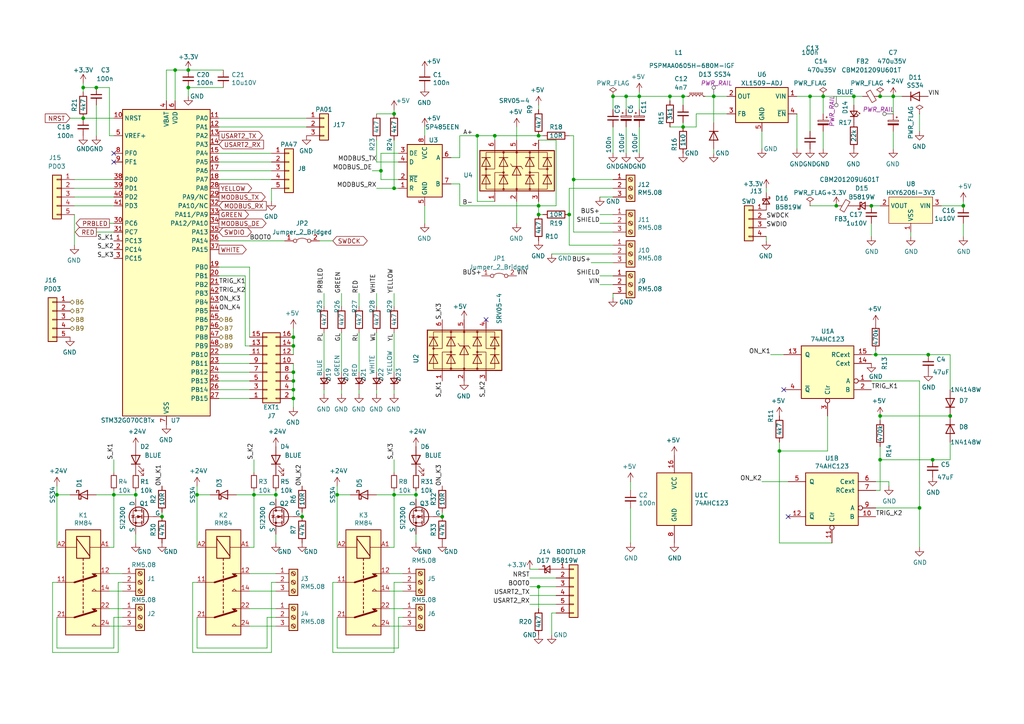
<source format=kicad_sch>
(kicad_sch (version 20231120) (generator "eeschema") (generator_version "8.0")
  (paper "A4")
  (junction (at 85.09 100.33))
  (junction (at 143.51 39.37))
  (junction (at 156.21 39.37))
  (junction (at 33.02 143.51))
  (junction (at 254 102.87))
  (junction (at 156.21 170.18))
  (junction (at 279.4 59.69))
  (junction (at 156.21 62.23))
  (junction (at 16.51 143.51))
  (junction (at 198.12 27.94))
  (junction (at 166.37 52.07))
  (junction (at 165.1 62.23))
  (junction (at 39.37 143.51))
  (junction (at 247.65 27.94))
  (junction (at 80.01 143.51))
  (junction (at 194.31 27.94))
  (junction (at 54.61 25.4))
  (junction (at 138.43 39.37))
  (junction (at 181.61 27.94))
  (junction (at 24.13 25.4))
  (junction (at 128.27 149.86))
  (junction (at 177.8 27.94))
  (junction (at 24.13 34.29))
  (junction (at 73.66 143.51))
  (junction (at 85.09 97.79))
  (junction (at 259.08 27.94))
  (junction (at 114.3 143.51))
  (junction (at 198.12 36.83))
  (junction (at 114.3 33.02))
  (junction (at 269.24 102.87))
  (junction (at 87.63 149.86))
  (junction (at 207.01 27.94))
  (junction (at 85.09 113.03))
  (junction (at 120.65 143.51))
  (junction (at 110.49 49.53))
  (junction (at 156.21 59.69))
  (junction (at 85.09 115.57))
  (junction (at 85.09 107.95))
  (junction (at 234.95 27.94))
  (junction (at 114.3 54.61))
  (junction (at 185.42 27.94))
  (junction (at 242.57 59.69))
  (junction (at 252.73 59.69))
  (junction (at 266.7 147.32))
  (junction (at 255.27 120.65))
  (junction (at 57.15 143.51))
  (junction (at 226.06 130.81))
  (junction (at 50.8 20.32))
  (junction (at 270.51 133.35))
  (junction (at 97.79 143.51))
  (junction (at 27.94 25.4))
  (junction (at 275.59 120.65))
  (junction (at 255.27 27.94))
  (junction (at 255.27 133.35))
  (junction (at 85.09 110.49))
  (junction (at 46.99 149.86))
  (junction (at 238.76 27.94))
  (junction (at 54.61 20.32))
  (no_connect (at 140.97 92.71))
  (no_connect (at 33.02 44.45))
  (no_connect (at 228.6 149.86))
  (no_connect (at 33.02 46.99))
  (no_connect (at 227.33 113.03))
  (wire (pts (xy 116.84 171.45) (xy 113.03 171.45)))
  (wire (pts (xy 114.3 143.51) (xy 120.65 143.51)))
  (wire (pts (xy 21.59 54.61) (xy 33.02 54.61)))
  (wire (pts (xy 27.94 67.31) (xy 33.02 67.31)))
  (wire (pts (xy 114.3 168.91) (xy 114.3 189.23)))
  (wire (pts (xy 54.61 25.4) (xy 64.77 25.4)))
  (wire (pts (xy 46.99 148.59) (xy 46.99 149.86)))
  (wire (pts (xy 166.37 52.07) (xy 166.37 67.31)))
  (wire (pts (xy 77.47 179.07) (xy 77.47 187.96)))
  (wire (pts (xy 275.59 113.03) (xy 275.59 102.87)))
  (wire (pts (xy 161.29 59.69) (xy 156.21 59.69)))
  (wire (pts (xy 130.81 45.72) (xy 133.35 45.72)))
  (wire (pts (xy 279.4 58.42) (xy 279.4 59.69)))
  (wire (pts (xy 63.5 102.87) (xy 72.39 102.87)))
  (wire (pts (xy 24.13 25.4) (xy 24.13 26.67)))
  (wire (pts (xy 247.65 27.94) (xy 247.65 30.48)))
  (wire (pts (xy 143.51 58.42) (xy 138.43 58.42)))
  (wire (pts (xy 109.22 96.52) (xy 109.22 107.95)))
  (wire (pts (xy 33.02 143.51) (xy 39.37 143.51)))
  (wire (pts (xy 114.3 31.75) (xy 114.3 33.02)))
  (wire (pts (xy 31.75 64.77) (xy 33.02 64.77)))
  (wire (pts (xy 63.5 34.29) (xy 88.9 34.29)))
  (wire (pts (xy 133.35 59.69) (xy 156.21 59.69)))
  (wire (pts (xy 165.1 54.61) (xy 165.1 62.23)))
  (wire (pts (xy 63.5 69.85) (xy 82.55 69.85)))
  (wire (pts (xy 238.76 27.94) (xy 247.65 27.94)))
  (wire (pts (xy 181.61 27.94) (xy 185.42 27.94)))
  (wire (pts (xy 78.74 168.91) (xy 78.74 189.23)))
  (wire (pts (xy 220.98 139.7) (xy 228.6 139.7)))
  (wire (pts (xy 114.3 96.52) (xy 114.3 107.95)))
  (wire (pts (xy 173.99 62.23) (xy 177.8 62.23)))
  (wire (pts (xy 198.12 27.94) (xy 198.12 30.48)))
  (wire (pts (xy 177.8 31.75) (xy 177.8 27.94)))
  (wire (pts (xy 93.98 96.52) (xy 93.98 107.95)))
  (wire (pts (xy 252.73 102.87) (xy 254 102.87)))
  (wire (pts (xy 110.49 52.07) (xy 115.57 52.07)))
  (wire (pts (xy 114.3 143.51) (xy 114.3 158.75)))
  (wire (pts (xy 114.3 158.75) (xy 113.03 158.75)))
  (wire (pts (xy 177.8 27.94) (xy 181.61 27.94)))
  (wire (pts (xy 85.09 95.25) (xy 85.09 97.79)))
  (wire (pts (xy 110.49 49.53) (xy 110.49 52.07)))
  (wire (pts (xy 80.01 179.07) (xy 77.47 179.07)))
  (wire (pts (xy 114.3 85.09) (xy 114.3 88.9)))
  (wire (pts (xy 24.13 25.4) (xy 27.94 25.4)))
  (wire (pts (xy 266.7 110.49) (xy 252.73 110.49)))
  (wire (pts (xy 234.95 59.69) (xy 242.57 59.69)))
  (wire (pts (xy 78.74 54.61) (xy 78.74 58.42)))
  (wire (pts (xy 48.26 29.21) (xy 48.26 20.32)))
  (wire (pts (xy 222.25 55.88) (xy 222.25 54.61)))
  (wire (pts (xy 35.56 171.45) (xy 31.75 171.45)))
  (wire (pts (xy 31.75 166.37) (xy 35.56 166.37)))
  (wire (pts (xy 153.67 165.1) (xy 156.21 165.1)))
  (wire (pts (xy 185.42 36.83) (xy 185.42 44.45)))
  (wire (pts (xy 185.42 26.67) (xy 185.42 27.94)))
  (wire (pts (xy 72.39 166.37) (xy 80.01 166.37)))
  (wire (pts (xy 185.42 27.94) (xy 185.42 31.75)))
  (wire (pts (xy 85.09 97.79) (xy 85.09 100.33)))
  (wire (pts (xy 33.02 39.37) (xy 31.75 39.37)))
  (wire (pts (xy 34.29 168.91) (xy 35.56 168.91)))
  (wire (pts (xy 27.94 143.51) (xy 33.02 143.51)))
  (wire (pts (xy 71.12 80.01) (xy 71.12 100.33)))
  (wire (pts (xy 123.19 36.83) (xy 123.19 39.37)))
  (wire (pts (xy 50.8 20.32) (xy 54.61 20.32)))
  (wire (pts (xy 85.09 105.41) (xy 85.09 107.95)))
  (wire (pts (xy 234.95 27.94) (xy 234.95 38.1)))
  (wire (pts (xy 156.21 31.75) (xy 156.21 30.48)))
  (wire (pts (xy 57.15 168.91) (xy 55.88 168.91)))
  (wire (pts (xy 120.65 143.51) (xy 120.65 142.24)))
  (wire (pts (xy 72.39 77.47) (xy 72.39 97.79)))
  (wire (pts (xy 153.67 167.64) (xy 161.29 167.64)))
  (wire (pts (xy 20.32 34.29) (xy 24.13 34.29)))
  (wire (pts (xy 63.5 44.45) (xy 78.74 44.45)))
  (wire (pts (xy 21.59 57.15) (xy 33.02 57.15)))
  (wire (pts (xy 128.27 148.59) (xy 128.27 149.86)))
  (wire (pts (xy 254 102.87) (xy 269.24 102.87)))
  (wire (pts (xy 252.73 64.77) (xy 252.73 68.58)))
  (wire (pts (xy 173.99 82.55) (xy 177.8 82.55)))
  (wire (pts (xy 72.39 77.47) (xy 63.5 77.47)))
  (wire (pts (xy 185.42 27.94) (xy 194.31 27.94)))
  (wire (pts (xy 198.12 35.56) (xy 198.12 36.83)))
  (wire (pts (xy 31.75 181.61) (xy 35.56 181.61)))
  (wire (pts (xy 234.95 27.94) (xy 238.76 27.94)))
  (wire (pts (xy 97.79 143.51) (xy 97.79 158.75)))
  (wire (pts (xy 194.31 36.83) (xy 198.12 36.83)))
  (wire (pts (xy 194.31 27.94) (xy 198.12 27.94)))
  (wire (pts (xy 223.52 102.87) (xy 227.33 102.87)))
  (wire (pts (xy 80.01 154.94) (xy 80.01 157.48)))
  (wire (pts (xy 99.06 85.09) (xy 99.06 88.9)))
  (wire (pts (xy 73.66 137.16) (xy 73.66 133.35)))
  (wire (pts (xy 80.01 171.45) (xy 72.39 171.45)))
  (wire (pts (xy 21.59 52.07) (xy 33.02 52.07)))
  (wire (pts (xy 264.16 67.31) (xy 264.16 68.58)))
  (wire (pts (xy 63.5 52.07) (xy 78.74 52.07)))
  (wire (pts (xy 114.3 137.16) (xy 114.3 133.35)))
  (wire (pts (xy 138.43 58.42) (xy 138.43 39.37)))
  (wire (pts (xy 220.98 38.1) (xy 220.98 43.18)))
  (wire (pts (xy 153.67 170.18) (xy 156.21 170.18)))
  (wire (pts (xy 39.37 143.51) (xy 39.37 142.24)))
  (wire (pts (xy 87.63 148.59) (xy 87.63 149.86)))
  (wire (pts (xy 275.59 133.35) (xy 275.59 128.27)))
  (wire (pts (xy 114.3 54.61) (xy 109.22 54.61)))
  (wire (pts (xy 254 101.6) (xy 254 102.87)))
  (wire (pts (xy 109.22 40.64) (xy 109.22 46.99)))
  (wire (pts (xy 182.88 142.24) (xy 182.88 139.7)))
  (wire (pts (xy 97.79 140.97) (xy 97.79 143.51)))
  (wire (pts (xy 166.37 39.37) (xy 166.37 52.07)))
  (wire (pts (xy 72.39 176.53) (xy 80.01 176.53)))
  (wire (pts (xy 240.03 130.81) (xy 240.03 120.65)))
  (wire (pts (xy 114.3 40.64) (xy 114.3 54.61)))
  (wire (pts (xy 165.1 71.12) (xy 177.8 71.12)))
  (wire (pts (xy 181.61 36.83) (xy 181.61 44.45)))
  (wire (pts (xy 201.93 33.02) (xy 210.82 33.02)))
  (wire (pts (xy 257.81 139.7) (xy 257.81 140.97)))
  (wire (pts (xy 123.19 59.69) (xy 123.19 64.77)))
  (wire (pts (xy 204.47 27.94) (xy 207.01 27.94)))
  (wire (pts (xy 120.65 143.51) (xy 120.65 144.78)))
  (wire (pts (xy 143.51 39.37) (xy 156.21 39.37)))
  (wire (pts (xy 115.57 187.96) (xy 97.79 187.96)))
  (wire (pts (xy 33.02 158.75) (xy 31.75 158.75)))
  (wire (pts (xy 15.24 189.23) (xy 34.29 189.23)))
  (wire (pts (xy 247.65 27.94) (xy 250.19 27.94)))
  (wire (pts (xy 77.47 187.96) (xy 57.15 187.96)))
  (wire (pts (xy 55.88 168.91) (xy 55.88 189.23)))
  (wire (pts (xy 57.15 140.97) (xy 57.15 143.51)))
  (wire (pts (xy 254 147.32) (xy 266.7 147.32)))
  (wire (pts (xy 63.5 115.57) (xy 72.39 115.57)))
  (wire (pts (xy 156.21 40.64) (xy 161.29 40.64)))
  (wire (pts (xy 16.51 187.96) (xy 16.51 179.07)))
  (wire (pts (xy 31.75 39.37) (xy 31.75 25.4)))
  (wire (pts (xy 113.03 181.61) (xy 116.84 181.61)))
  (wire (pts (xy 255.27 59.69) (xy 252.73 59.69)))
  (wire (pts (xy 97.79 187.96) (xy 97.79 179.07)))
  (wire (pts (xy 85.09 110.49) (xy 85.09 113.03)))
  (wire (pts (xy 254 142.24) (xy 255.27 142.24)))
  (wire (pts (xy 113.03 176.53) (xy 116.84 176.53)))
  (wire (pts (xy 226.06 157.48) (xy 241.3 157.48)))
  (wire (pts (xy 57.15 143.51) (xy 57.15 158.75)))
  (wire (pts (xy 114.3 114.3) (xy 114.3 113.03)))
  (wire (pts (xy 114.3 142.24) (xy 114.3 143.51)))
  (wire (pts (xy 92.71 69.85) (xy 96.52 69.85)))
  (wire (pts (xy 153.67 172.72) (xy 161.29 172.72)))
  (wire (pts (xy 80.01 143.51) (xy 80.01 142.24)))
  (wire (pts (xy 99.06 114.3) (xy 99.06 113.03)))
  (wire (pts (xy 156.21 59.69) (xy 156.21 58.42)))
  (wire (pts (xy 63.5 46.99) (xy 78.74 46.99)))
  (wire (pts (xy 85.09 113.03) (xy 85.09 115.57)))
  (wire (pts (xy 57.15 187.96) (xy 57.15 179.07)))
  (wire (pts (xy 109.22 114.3) (xy 109.22 113.03)))
  (wire (pts (xy 72.39 181.61) (xy 80.01 181.61)))
  (wire (pts (xy 133.35 39.37) (xy 138.43 39.37)))
  (wire (pts (xy 166.37 39.37) (xy 165.1 39.37)))
  (wire (pts (xy 16.51 168.91) (xy 15.24 168.91)))
  (wire (pts (xy 33.02 142.24) (xy 33.02 143.51)))
  (wire (pts (xy 114.3 168.91) (xy 116.84 168.91)))
  (wire (pts (xy 226.06 130.81) (xy 226.06 157.48)))
  (wire (pts (xy 198.12 27.94) (xy 199.39 27.94)))
  (wire (pts (xy 115.57 54.61) (xy 114.3 54.61)))
  (wire (pts (xy 115.57 46.99) (xy 109.22 46.99)))
  (wire (pts (xy 238.76 38.1) (xy 238.76 43.18)))
  (wire (pts (xy 34.29 168.91) (xy 34.29 189.23)))
  (wire (pts (xy 156.21 62.23) (xy 157.48 62.23)))
  (wire (pts (xy 96.52 189.23) (xy 114.3 189.23)))
  (wire (pts (xy 73.66 158.75) (xy 72.39 158.75)))
  (wire (pts (xy 21.59 62.23) (xy 21.59 71.12)))
  (wire (pts (xy 166.37 52.07) (xy 177.8 52.07)))
  (wire (pts (xy 231.14 33.02) (xy 231.14 43.18)))
  (wire (pts (xy 160.02 177.8) (xy 160.02 184.15)))
  (wire (pts (xy 226.06 128.27) (xy 226.06 130.81)))
  (wire (pts (xy 254 139.7) (xy 257.81 139.7)))
  (wire (pts (xy 156.21 62.23) (xy 156.21 59.69)))
  (wire (pts (xy 109.22 143.51) (xy 114.3 143.51)))
  (wire (pts (xy 50.8 20.32) (xy 50.8 29.21)))
  (wire (pts (xy 279.4 59.69) (xy 273.05 59.69)))
  (wire (pts (xy 71.12 100.33) (xy 72.39 100.33)))
  (wire (pts (xy 120.65 154.94) (xy 120.65 157.48)))
  (wire (pts (xy 113.03 166.37) (xy 116.84 166.37)))
  (wire (pts (xy 165.1 54.61) (xy 177.8 54.61)))
  (wire (pts (xy 99.06 96.52) (xy 99.06 107.95)))
  (wire (pts (xy 85.09 100.33) (xy 85.09 102.87)))
  (wire (pts (xy 54.61 25.4) (xy 54.61 27.94)))
  (wire (pts (xy 266.7 158.75) (xy 266.7 147.32)))
  (wire (pts (xy 109.22 85.09) (xy 109.22 88.9)))
  (wire (pts (xy 279.4 64.77) (xy 279.4 68.58)))
  (wire (pts (xy 73.66 143.51) (xy 80.01 143.51)))
  (wire (pts (xy 85.09 107.95) (xy 85.09 110.49)))
  (wire (pts (xy 107.95 49.53) (xy 110.49 49.53)))
  (wire (pts (xy 63.5 105.41) (xy 72.39 105.41)))
  (wire (pts (xy 238.76 27.94) (xy 238.76 33.02)))
  (wire (pts (xy 181.61 31.75) (xy 181.61 27.94)))
  (wire (pts (xy 104.14 85.09) (xy 104.14 88.9)))
  (wire (pts (xy 27.94 25.4) (xy 31.75 25.4)))
  (wire (pts (xy 80.01 143.51) (xy 80.01 144.78)))
  (wire (pts (xy 156.21 170.18) (xy 161.29 170.18)))
  (wire (pts (xy 116.84 179.07) (xy 115.57 179.07)))
  (wire (pts (xy 27.94 30.48) (xy 27.94 39.37)))
  (wire (pts (xy 55.88 189.23) (xy 78.74 189.23)))
  (wire (pts (xy 16.51 143.51) (xy 20.32 143.51)))
  (wire (pts (xy 97.79 168.91) (xy 96.52 168.91)))
  (wire (pts (xy 93.98 114.3) (xy 93.98 113.03)))
  (wire (pts (xy 54.61 20.32) (xy 64.77 20.32)))
  (wire (pts (xy 261.62 27.94) (xy 259.08 27.94)))
  (wire (pts (xy 255.27 133.35) (xy 270.51 133.35)))
  (wire (pts (xy 207.01 27.94) (xy 207.01 35.56)))
  (wire (pts (xy 97.79 143.51) (xy 101.6 143.51)))
  (wire (pts (xy 269.24 102.87) (xy 275.59 102.87)))
  (wire (pts (xy 165.1 62.23) (xy 165.1 71.12)))
  (wire (pts (xy 153.67 175.26) (xy 161.29 175.26)))
  (wire (pts (xy 24.13 34.29) (xy 33.02 34.29)))
  (wire (pts (xy 156.21 170.18) (xy 156.21 176.53)))
  (wire (pts (xy 93.98 85.09) (xy 93.98 88.9)))
  (wire (pts (xy 194.31 27.94) (xy 194.31 29.21)))
  (wire (pts (xy 21.59 59.69) (xy 33.02 59.69)))
  (wire (pts (xy 207.01 43.18) (xy 207.01 44.45)))
  (wire (pts (xy 171.45 76.2) (xy 177.8 76.2)))
  (wire (pts (xy 31.75 176.53) (xy 35.56 176.53)))
  (wire (pts (xy 63.5 49.53) (xy 78.74 49.53)))
  (wire (pts (xy 24.13 24.13) (xy 24.13 25.4)))
  (wire (pts (xy 255.27 120.65) (xy 255.27 121.92)))
  (wire (pts (xy 133.35 59.69) (xy 133.35 53.34)))
  (wire (pts (xy 143.51 40.64) (xy 143.51 39.37)))
  (wire (pts (xy 207.01 27.94) (xy 210.82 27.94)))
  (wire (pts (xy 68.58 143.51) (xy 73.66 143.51)))
  (wire (pts (xy 133.35 53.34) (xy 130.81 53.34)))
  (wire (pts (xy 15.24 168.91) (xy 15.24 189.23)))
  (wire (pts (xy 259.08 27.94) (xy 259.08 33.02)))
  (wire (pts (xy 85.09 115.57) (xy 85.09 118.11)))
  (wire (pts (xy 255.27 133.35) (xy 255.27 129.54)))
  (wire (pts (xy 149.86 58.42) (xy 149.86 64.77)))
  (wire (pts (xy 201.93 36.83) (xy 201.93 33.02)))
  (wire (pts (xy 73.66 142.24) (xy 73.66 143.51)))
  (wire (pts (xy 255.27 142.24) (xy 255.27 133.35)))
  (wire (pts (xy 259.08 38.1) (xy 259.08 43.18)))
  (wire (pts (xy 73.66 143.51) (xy 73.66 158.75)))
  (wire (pts (xy 63.5 107.95) (xy 72.39 107.95)))
  (wire (pts (xy 173.99 80.01) (xy 177.8 80.01)))
  (wire (pts (xy 270.51 133.35) (xy 275.59 133.35)))
  (wire (pts (xy 63.5 36.83) (xy 88.9 36.83)))
  (wire (pts (xy 160.02 177.8) (xy 161.29 177.8)))
  (wire (pts (xy 266.7 147.32) (xy 266.7 110.49)))
  (wire (pts (xy 177.8 85.09) (xy 177.8 86.36)))
  (wire (pts (xy 35.56 179.07) (xy 33.02 179.07)))
  (wire (pts (xy 104.14 114.3) (xy 104.14 113.03)))
  (wire (pts (xy 104.14 96.52) (xy 104.14 107.95)))
  (wire (pts (xy 33.02 143.51) (xy 33.02 158.75)))
  (wire (pts (xy 16.51 143.51) (xy 16.51 158.75)))
  (wire (pts (xy 231.14 27.94) (xy 234.95 27.94)))
  (wire (pts (xy 96.52 168.91) (xy 96.52 189.23)))
  (wire (pts (xy 138.43 39.37) (xy 143.51 39.37)))
  (wire (pts (xy 33.02 179.07) (xy 33.02 187.96)))
  (wire (pts (xy 255.27 27.94) (xy 259.08 27.94)))
  (wire (pts (xy 198.12 36.83) (xy 201.93 36.83)))
  (wire (pts (xy 115.57 179.07) (xy 115.57 187.96)))
  (wire (pts (xy 63.5 80.01) (xy 71.12 80.01)))
  (wire (pts (xy 63.5 110.49) (xy 72.39 110.49)))
  (wire (pts (xy 222.25 68.58) (xy 222.25 69.85)))
  (wire (pts (xy 182.88 147.32) (xy 182.88 157.48)))
  (wire (pts (xy 160.02 73.66) (xy 177.8 73.66)))
  (wire (pts (xy 149.86 36.83) (xy 149.86 40.64)))
  (wire (pts (xy 161.29 40.64) (xy 161.29 59.69)))
  (wire (pts (xy 226.06 130.81) (xy 240.03 130.81)))
  (wire (pts (xy 78.74 168.91) (xy 80.01 168.91)))
  (wire (pts (xy 255.27 120.65) (xy 275.59 120.65)))
  (wire (pts (xy 173.99 57.15) (xy 177.8 57.15)))
  (wire (pts (xy 173.99 64.77) (xy 177.8 64.77)))
  (wire (pts (xy 109.22 33.02) (xy 114.3 33.02)))
  (wire (pts (xy 115.57 44.45) (xy 110.49 44.45)))
  (wire (pts (xy 39.37 154.94) (xy 39.37 157.48)))
  (wire (pts (xy 133.35 45.72) (xy 133.35 39.37)))
  (wire (pts (xy 266.7 33.02) (xy 266.7 38.1)))
  (wire (pts (xy 57.15 143.51) (xy 60.96 143.51)))
  (wire (pts (xy 16.51 140.97) (xy 16.51 143.51)))
  (wire (pts (xy 156.21 39.37) (xy 157.48 39.37)))
  (wire (pts (xy 39.37 143.51) (xy 39.37 144.78)))
  (wire (pts (xy 177.8 36.83) (xy 177.8 44.45)))
  (wire (pts (xy 33.02 187.96) (xy 16.51 187.96)))
  (wire (pts (xy 48.26 20.32) (xy 50.8 20.32)))
  (wire (pts (xy 63.5 113.03) (xy 72.39 113.03)))
  (wire (pts (xy 33.02 137.16) (xy 33.02 133.35)))
  (wire (pts (xy 110.49 44.45) (xy 110.49 49.53)))
  (wire (pts (xy 166.37 67.31) (xy 177.8 67.31)))
  (label "BOOT0" (at 72.39 69.85 0))
  (label "GL" (at 99.06 99.06 90))
  (label "BUS+" (at 171.45 76.2 180))
  (label "S_K3" (at 128.27 92.71 90))
  (label "ON_K1" (at 46.99 140.97 90))
  (label "ON_K3" (at 63.5 87.63 0))
  (label "WL" (at 109.22 99.06 90))
  (label "S_K3" (at 114.3 133.35 90))
  (label "RED" (at 104.14 85.09 90))
  (label "SHIELD" (at 173.99 64.77 180))
  (label "ON_K3" (at 128.27 140.97 90))
  (label "S_K3" (at 33.02 74.93 180))
  (label "VIN" (at 149.86 80.01 0))
  (label "MODBUS_RX" (at 109.22 54.61 180))
  (label "BOOT0" (at 153.67 170.18 180))
  (label "YL" (at 114.3 99.06 90))
  (label "YELLOW" (at 114.3 85.09 90))
  (label "TRIG_K1" (at 63.5 82.55 0))
  (label "WHITE" (at 109.22 85.09 90))
  (label "A+" (at 137.16 39.37 180))
  (label "SHIELD" (at 173.99 80.01 180))
  (label "S_K1" (at 33.02 69.85 180))
  (label "SWDIO" (at 222.25 66.04 0))
  (label "MODBUS_DE" (at 107.95 49.53 180))
  (label "ON_K2" (at 87.63 140.97 90))
  (label "TRIG_K1" (at 252.73 113.03 0))
  (label "TRIG_K2" (at 254 149.86 0))
  (label "S_K1" (at 33.02 133.35 90))
  (label "BUS+" (at 139.7 80.01 180))
  (label "MODBUS_TX" (at 109.22 46.99 180))
  (label "NRST" (at 153.67 167.64 180))
  (label "B-" (at 137.16 59.69 180))
  (label "VIN" (at 173.99 82.55 180))
  (label "ON_K1" (at 223.52 102.87 180))
  (label "S_K2" (at 140.97 110.49 270))
  (label "PRBLED" (at 93.98 85.09 90))
  (label "RL" (at 104.14 99.06 90))
  (label "SWDCK" (at 222.25 63.5 0))
  (label "VIN" (at 269.24 27.94 0))
  (label "ON_K2" (at 220.98 139.7 180))
  (label "BUS+" (at 173.99 62.23 180))
  (label "USART2_TX" (at 153.67 172.72 180))
  (label "S_K2" (at 33.02 72.39 180))
  (label "PL" (at 93.98 99.06 90))
  (label "S_K1" (at 128.27 110.49 270))
  (label "USART2_RX" (at 153.67 175.26 180))
  (label "ON_K4" (at 63.5 90.17 0))
  (label "GREEN" (at 99.06 85.09 90))
  (label "TRIG_K2" (at 63.5 85.09 0))
  (label "S_K2" (at 73.66 133.35 90))
  (global_label "PRBLED" (shape output) (at 31.75 64.77 180) (property "Intersheetrefs" "${INTERSHEET_REFS}" (effects (hide yes))))
  (global_label "GREEN" (shape output) (at 63.5 62.23 0) (property "Intersheetrefs" "${INTERSHEET_REFS}" (effects (hide yes))))
  (global_label "RED" (shape output) (at 27.94 67.31 180) (property "Intersheetrefs" "${INTERSHEET_REFS}" (effects (hide yes))))
  (global_label "MODBUS_RX" (shape input) (at 63.5 59.69 0) (property "Intersheetrefs" "${INTERSHEET_REFS}" (effects (hide yes))))
  (global_label "SWDIO" (shape bidirectional) (at 63.5 67.31 0) (property "Intersheetrefs" "${INTERSHEET_REFS}" (effects (hide yes))))
  (global_label "USART2_TX" (shape output) (at 63.5 39.37 0) (property "Intersheetrefs" "${INTERSHEET_REFS}" (effects (hide yes))))
  (global_label "USART2_RX" (shape input) (at 63.5 41.91 0) (property "Intersheetrefs" "${INTERSHEET_REFS}" (effects (hide yes))))
  (global_label "NRST" (shape input) (at 20.32 34.29 180) (property "Intersheetrefs" "${INTERSHEET_REFS}" (effects (hide yes))))
  (global_label "MODBUS_DE" (shape output) (at 63.5 64.77 0) (property "Intersheetrefs" "${INTERSHEET_REFS}" (effects (hide yes))))
  (global_label "MODBUS_TX" (shape output) (at 63.5 57.15 0) (property "Intersheetrefs" "${INTERSHEET_REFS}" (effects (hide yes))))
  (global_label "SWDCK" (shape bidirectional) (at 96.52 69.85 0) (property "Intersheetrefs" "${INTERSHEET_REFS}" (effects (hide yes))))
  (global_label "YELLOW" (shape output) (at 63.5 54.61 0) (property "Intersheetrefs" "${INTERSHEET_REFS}" (effects (hide yes))))
  (global_label "WHITE" (shape output) (at 63.5 72.39 0) (property "Intersheetrefs" "${INTERSHEET_REFS}" (effects (hide yes))))
  (hierarchical_label "B6" (shape bidirectional) (at 20.32 87.63 0))
  (hierarchical_label "B6" (shape bidirectional) (at 63.5 92.71 0))
  (hierarchical_label "B9" (shape bidirectional) (at 63.5 100.33 0))
  (hierarchical_label "B7" (shape bidirectional) (at 63.5 95.25 0))
  (hierarchical_label "B8" (shape bidirectional) (at 20.32 92.71 0))
  (hierarchical_label "B9" (shape bidirectional) (at 20.32 95.25 0))
  (hierarchical_label "B7" (shape bidirectional) (at 20.32 90.17 0))
  (hierarchical_label "B8" (shape bidirectional) (at 63.5 97.79 0))
  (netclass_flag "" (length 2.54) (shape round) (at 207.01 27.94 0) (property "Netclass" "PWR_RAIL" (at 203.2 24.13 0) (effects (font (italic yes)) (justify left))))
  (netclass_flag "" (length 2.54) (shape round) (at 259.08 33.02 90) (property "Netclass" "PWR_RAIL" (at 250.19 31.75 0) (effects (font (italic yes)) (justify left))))
  (netclass_flag "" (length 2.54) (shape round) (at 242.57 27.94 180) (property "Netclass" "PWR_RAIL" (at 241.3 36.83 90) (effects (font (italic yes)) (justify left))))
  (symbol (lib_id "dryer_combo-rescue:74HC123-74xx") (at 240.03 107.95 0) (mirror y) (unit 1)
    (property "Reference" "U1" (at 240.03 96.0882 0))
    (property "Value" "74AHC123" (at 240.03 98.3996 0))
    (property "Footprint" "Package_SO:SOIC-16_3.9x9.9mm_P1.27mm" (effects (hide yes)))
    (property "Datasheet" "https://assets.nexperia.com/documents/data-sheet/74HC_HCT123.pdf" (effects (hide yes)))
    (property "LCSC" "C554214" (effects (hide yes)))
  )
  (symbol (lib_id "dryer_combo-rescue:74HC123-74xx") (at 241.3 144.78 0) (mirror y) (unit 2)
    (property "Reference" "U1" (at 241.3 132.9182 0))
    (property "Value" "74AHC123" (at 241.3 135.2296 0))
    (property "Footprint" "Package_SO:SOIC-16_3.9x9.9mm_P1.27mm" (effects (hide yes)))
    (property "Datasheet" "https://assets.nexperia.com/documents/data-sheet/74HC_HCT123.pdf" (effects (hide yes)))
    (property "LCSC" "C554214" (effects (hide yes)))
  )
  (symbol (lib_id "dryer_combo-rescue:74HC123-74xx") (at 195.58 144.78 0) (unit 3)
    (property "Reference" "U1" (at 201.422 143.6116 0) (effects (justify left)))
    (property "Value" "74AHC123" (at 201.422 145.923 0) (effects (justify left)))
    (property "Footprint" "Package_SO:SOIC-16_3.9x9.9mm_P1.27mm" (effects (hide yes)))
    (property "Datasheet" "https://assets.nexperia.com/documents/data-sheet/74HC_HCT123.pdf" (effects (hide yes)))
    (property "LCSC" "C554214" (effects (hide yes)))
  )
  (symbol (lib_id "Relay:RM84") (at 24.13 168.91 270) (unit 1)
    (property "Reference" "K1" (at 24.13 149.4282 90))
    (property "Value" "RM84" (at 24.13 151.7396 90))
    (property "Footprint" "Relay_THT:Relay_DPDT_Finder_40.52" (effects (hide yes)))
    (property "Datasheet" "http://www.relpol.pl/en/content/download/13766/168095/file/e_RM84.pdf" (effects (hide yes)))
  )
  (symbol (lib_id "Connector:Screw_Terminal_01x03") (at 40.64 179.07 0) (unit 1)
    (property "Reference" "J2" (at 42.672 178.0032 0) (effects (justify left)))
    (property "Value" "RM5.08" (at 38.1 173.99 0) (effects (justify left)))
    (property "Footprint" "TerminalBlock:TerminalBlock_bornier-3_P5.08mm" (effects (hide yes)))
  )
  (symbol (lib_id "Diode:CDBA340-HF") (at 24.13 143.51 0) (unit 1)
    (property "Reference" "D1" (at 22.9616 141.478 90) (effects (justify left)))
    (property "Value" "SS34" (at 15.24 146.05 90) (effects (justify left)))
    (property "Footprint" "Diode_SMD:D_SMA" (effects (hide yes)))
    (property "Datasheet" "https://www.comchiptech.com/admin/files/product/CDBA340-HF%20Thru193640.%20CDBA3100-HF%20RevB.pdf" (effects (hide yes)))
    (property "LCSC" "C8678" (effects (hide yes)))
  )
  (symbol (lib_id "power:+24V") (at 16.51 140.97 0) (unit 1)
    (property "Reference" "#PWR01" (effects (hide yes)))
    (property "Value" "+24V" (at 16.891 136.5758 0))
  )
  (symbol (lib_id "Connector:Screw_Terminal_01x03") (at 40.64 168.91 0) (unit 1)
    (property "Reference" "J1" (at 42.672 167.8432 0) (effects (justify left)))
    (property "Value" "RM5.08" (at 38.1 163.83 0) (effects (justify left)))
    (property "Footprint" "TerminalBlock:TerminalBlock_bornier-3_P5.08mm" (effects (hide yes)))
  )
  (symbol (lib_id "Relay:RM84") (at 64.77 168.91 270) (unit 1)
    (property "Reference" "K2" (at 64.77 149.4282 90))
    (property "Value" "RM84" (at 64.77 151.7396 90))
    (property "Footprint" "Relay_THT:Relay_DPDT_Finder_40.52" (effects (hide yes)))
    (property "Datasheet" "http://www.relpol.pl/en/content/download/13766/168095/file/e_RM84.pdf" (effects (hide yes)))
  )
  (symbol (lib_id "Connector:Screw_Terminal_01x03") (at 85.09 179.07 0) (unit 1)
    (property "Reference" "J4" (at 87.122 178.0032 0) (effects (justify left)))
    (property "Value" "RM5.08" (at 87.122 180.3146 0) (effects (justify left)))
    (property "Footprint" "TerminalBlock:TerminalBlock_bornier-3_P5.08mm" (effects (hide yes)))
  )
  (symbol (lib_id "Connector:Screw_Terminal_01x03") (at 85.09 168.91 0) (unit 1)
    (property "Reference" "J3" (at 87.122 167.8432 0) (effects (justify left)))
    (property "Value" "RM5.08" (at 87.122 170.1546 0) (effects (justify left)))
    (property "Footprint" "TerminalBlock:TerminalBlock_bornier-3_P5.08mm" (effects (hide yes)))
  )
  (symbol (lib_id "Relay:RM84") (at 105.41 168.91 270) (unit 1)
    (property "Reference" "K3" (at 105.41 149.4282 90))
    (property "Value" "RM84" (at 105.41 151.7396 90))
    (property "Footprint" "Relay_THT:Relay_DPDT_Finder_40.52" (effects (hide yes)))
    (property "Datasheet" "http://www.relpol.pl/en/content/download/13766/168095/file/e_RM84.pdf" (effects (hide yes)))
  )
  (symbol (lib_id "Connector:Screw_Terminal_01x03") (at 121.92 179.07 0) (unit 1)
    (property "Reference" "J6" (at 123.952 178.0032 0) (effects (justify left)))
    (property "Value" "RM5.08" (at 119.38 173.99 0) (effects (justify left)))
    (property "Footprint" "TerminalBlock:TerminalBlock_bornier-3_P5.08mm" (effects (hide yes)))
  )
  (symbol (lib_id "Connector:Screw_Terminal_01x03") (at 121.92 168.91 0) (unit 1)
    (property "Reference" "J5" (at 123.952 167.8432 0) (effects (justify left)))
    (property "Value" "RM5.08" (at 119.38 162.56 0) (effects (justify left)))
    (property "Footprint" "TerminalBlock:TerminalBlock_bornier-3_P5.08mm" (effects (hide yes)))
  )
  (symbol (lib_id "Device:LED") (at 39.37 133.35 90) (unit 1)
    (property "Reference" "D2" (at 40.64 129.54 90) (effects (justify right)))
    (property "Value" "BLUE" (at 41.91 132.08 90) (effects (justify right)))
    (property "Footprint" "LED_SMD:LED_0603_1608Metric_Pad1.05x0.95mm_HandSolder" (effects (hide yes)))
    (property "LCSC" "C965807" (effects (hide yes)))
  )
  (symbol (lib_id "Device:R_Small") (at 39.37 139.7 0) (unit 1)
    (property "Reference" "R1" (at 40.64 139.7 0) (effects (justify left)))
    (property "Value" "10k" (at 40.64 142.24 0) (effects (justify left)))
    (property "Footprint" "Resistor_SMD:R_0603_1608Metric_Pad0.98x0.95mm_HandSolder" (effects (hide yes)))
    (property "LCSC" "C25804" (effects (hide yes)))
  )
  (symbol (lib_id "Device:R") (at 156.21 35.56 0) (mirror y) (unit 1)
    (property "Reference" "R9" (at 153.67 31.75 90))
    (property "Value" "4k7" (at 156.21 35.56 90))
    (property "Footprint" "Resistor_SMD:R_0603_1608Metric_Pad0.98x0.95mm_HandSolder" (effects (hide yes)))
    (property "Sourcing link" "https://lomex.hu/hu/webshop/#/search,80-18-53/stype,1" (effects (hide yes)))
    (property "LCSC" "C23162" (effects (hide yes)))
  )
  (symbol (lib_id "Device:R") (at 156.21 66.04 0) (mirror y) (unit 1)
    (property "Reference" "R10" (at 160.02 68.58 0))
    (property "Value" "4k7" (at 156.21 66.04 90))
    (property "Footprint" "Resistor_SMD:R_0603_1608Metric_Pad0.98x0.95mm_HandSolder" (effects (hide yes)))
    (property "LCSC" "C23162" (effects (hide yes)))
  )
  (symbol (lib_id "power:+5V") (at 149.86 36.83 0) (mirror y) (unit 1)
    (property "Reference" "#PWR016" (effects (hide yes)))
    (property "Value" "+5V" (at 149.479 32.4358 0))
  )
  (symbol (lib_id "power:GND") (at 149.86 64.77 0) (mirror y) (unit 1)
    (property "Reference" "#PWR017" (effects (hide yes)))
    (property "Value" "GND" (at 149.733 69.1642 0))
  )
  (symbol (lib_id "power:+5V") (at 123.19 36.83 0) (mirror y) (unit 1)
    (property "Reference" "#PWR013" (effects (hide yes)))
    (property "Value" "+5V" (at 125.73 34.29 0))
  )
  (symbol (lib_id "power:GND") (at 123.19 64.77 0) (mirror y) (unit 1)
    (property "Reference" "#PWR014" (effects (hide yes)))
    (property "Value" "GND" (at 123.063 69.1642 0))
  )
  (symbol (lib_id "Device:C_Small") (at 123.19 22.86 0) (unit 1)
    (property "Reference" "C1" (at 125.5268 21.6916 0) (effects (justify left)))
    (property "Value" "100n" (at 125.5268 24.003 0) (effects (justify left)))
    (property "Footprint" "Capacitor_SMD:C_0603_1608Metric" (effects (hide yes)))
    (property "LCSC" "C14663" (effects (hide yes)))
  )
  (symbol (lib_id "power:+5V") (at 123.19 20.32 0) (mirror y) (unit 1)
    (property "Reference" "#PWR011" (effects (hide yes)))
    (property "Value" "+5V" (at 125.73 17.78 0))
  )
  (symbol (lib_id "power:GND") (at 123.19 25.4 0) (mirror y) (unit 1)
    (property "Reference" "#PWR012" (effects (hide yes)))
    (property "Value" "GND" (at 123.063 29.7942 0))
  )
  (symbol (lib_id "power:+5V") (at 195.58 132.08 0) (mirror y) (unit 1)
    (property "Reference" "#PWR026" (effects (hide yes)))
    (property "Value" "+5V" (at 195.199 127.6858 0))
  )
  (symbol (lib_id "power:GND") (at 266.7 158.75 0) (unit 1)
    (property "Reference" "#PWR037" (effects (hide yes)))
    (property "Value" "GND" (at 266.827 163.1442 0))
  )
  (symbol (lib_id "power:GND") (at 195.58 157.48 0) (unit 1)
    (property "Reference" "#PWR027" (effects (hide yes)))
    (property "Value" "GND" (at 195.707 161.8742 0))
  )
  (symbol (lib_id "Device:C_Small") (at 182.88 144.78 0) (unit 1)
    (property "Reference" "C2" (at 185.2168 143.6116 0) (effects (justify left)))
    (property "Value" "100n" (at 185.2168 145.923 0) (effects (justify left)))
    (property "Footprint" "Capacitor_SMD:C_0603_1608Metric" (effects (hide yes)))
    (property "LCSC" "C14663" (effects (hide yes)))
  )
  (symbol (lib_id "power:GND") (at 182.88 157.48 0) (unit 1)
    (property "Reference" "#PWR022" (effects (hide yes)))
    (property "Value" "GND" (at 183.007 161.8742 0))
  )
  (symbol (lib_id "power:+5V") (at 182.88 139.7 0) (mirror y) (unit 1)
    (property "Reference" "#PWR021" (effects (hide yes)))
    (property "Value" "+5V" (at 182.499 135.3058 0))
  )
  (symbol (lib_id "Device:R") (at 226.06 124.46 0) (mirror y) (unit 1)
    (property "Reference" "R11" (at 223.52 120.65 90))
    (property "Value" "4k7" (at 226.06 124.46 90))
    (property "Footprint" "Resistor_SMD:R_0603_1608Metric_Pad0.98x0.95mm_HandSolder" (effects (hide yes)))
    (property "Sourcing link" "https://lomex.hu/hu/webshop/#/search,80-18-53/stype,1" (effects (hide yes)))
    (property "LCSC" "C23162" (effects (hide yes)))
  )
  (symbol (lib_id "power:+5V") (at 226.06 120.65 0) (mirror y) (unit 1)
    (property "Reference" "#PWR029" (effects (hide yes)))
    (property "Value" "+5V" (at 225.679 116.2558 0))
  )
  (symbol (lib_id "Device:R") (at 254 97.79 0) (mirror y) (unit 1)
    (property "Reference" "R13" (at 256.54 105.41 90))
    (property "Value" "470k" (at 254 97.79 90))
    (property "Footprint" "Resistor_SMD:R_0603_1608Metric_Pad0.98x0.95mm_HandSolder" (effects (hide yes)))
    (property "Sourcing link" "https://lomex.hu/hu/webshop/#/search,80-18-53/stype,1" (effects (hide yes)))
    (property "LCSC" "C23178" (effects (hide yes)))
  )
  (symbol (lib_id "Device:R") (at 255.27 125.73 0) (mirror y) (unit 1)
    (property "Reference" "R14" (at 257.81 130.81 90))
    (property "Value" "470k" (at 255.27 125.73 90))
    (property "Footprint" "Resistor_SMD:R_0603_1608Metric_Pad0.98x0.95mm_HandSolder" (effects (hide yes)))
    (property "Sourcing link" "https://lomex.hu/hu/webshop/#/search,80-18-53/stype,1" (effects (hide yes)))
    (property "LCSC" "C23178" (effects (hide yes)))
  )
  (symbol (lib_id "power:+5V") (at 254 93.98 0) (mirror y) (unit 1)
    (property "Reference" "#PWR033" (effects (hide yes)))
    (property "Value" "+5V" (at 253.619 89.5858 0))
  )
  (symbol (lib_id "power:+5V") (at 255.27 120.65 0) (mirror y) (unit 1)
    (property "Reference" "#PWR035" (effects (hide yes)))
    (property "Value" "+5V" (at 254.889 116.2558 0))
  )
  (symbol (lib_id "power:GND") (at 257.81 140.97 0) (unit 1)
    (property "Reference" "#PWR036" (effects (hide yes)))
    (property "Value" "GND" (at 257.937 145.3642 0))
  )
  (symbol (lib_id "power:GND") (at 270.51 138.43 0) (unit 1)
    (property "Reference" "#PWR040" (effects (hide yes)))
    (property "Value" "GND" (at 270.637 142.8242 0))
  )
  (symbol (lib_id "power:GND") (at 269.24 107.95 0) (unit 1)
    (property "Reference" "#PWR039" (effects (hide yes)))
    (property "Value" "GND" (at 269.367 112.3442 0))
  )
  (symbol (lib_id "power:GND") (at 252.73 105.41 0) (unit 1)
    (property "Reference" "#PWR034" (effects (hide yes)))
    (property "Value" "GND" (at 254 109.22 0))
  )
  (symbol (lib_id "Device:R_Small") (at 33.02 139.7 0) (unit 1)
    (property "Reference" "R4" (at 34.29 139.7 0) (effects (justify left)))
    (property "Value" "10k" (at 34.29 142.24 0) (effects (justify left)))
    (property "Footprint" "Resistor_SMD:R_0603_1608Metric_Pad0.98x0.95mm_HandSolder" (effects (hide yes)))
    (property "LCSC" "C25804" (effects (hide yes)))
  )
  (symbol (lib_id "power:GND") (at 134.62 110.49 0) (mirror y) (unit 1)
    (property "Reference" "#PWR05" (effects (hide yes)))
    (property "Value" "GND" (at 134.493 114.8842 0))
  )
  (symbol (lib_id "power:+5V") (at 134.62 92.71 0) (mirror y) (unit 1)
    (property "Reference" "#PWR08" (effects (hide yes)))
    (property "Value" "+5V" (at 133.35 88.9 0))
  )
  (symbol (lib_id "power:GND") (at 39.37 157.48 0) (unit 1)
    (property "Reference" "#PWR041" (effects (hide yes)))
    (property "Value" "GND" (at 41.91 160.02 0))
  )
  (symbol (lib_id "Connector:Screw_Terminal_01x03") (at 182.88 73.66 0) (unit 1)
    (property "Reference" "J10" (at 184.912 72.5932 0) (effects (justify left)))
    (property "Value" "RM5.08" (at 184.912 74.9046 0) (effects (justify left)))
    (property "Footprint" "TerminalBlock:TerminalBlock_bornier-3_P5.08mm" (effects (hide yes)))
  )
  (symbol (lib_id "power:+24V") (at 259.08 27.94 0) (unit 1)
    (property "Reference" "#PWR047" (effects (hide yes)))
    (property "Value" "+24V" (at 259.461 23.5458 0))
  )
  (symbol (lib_id "Device:D") (at 265.43 27.94 0) (mirror x) (unit 1)
    (property "Reference" "D11" (at 265.43 22.4536 0))
    (property "Value" "SS34" (at 265.43 24.765 0))
    (property "Footprint" "Diode_SMD:D_SMA" (effects (hide yes)))
    (property "Sourcing link" "https://lomex.hu/hu/webshop/#/search,83-02-47/stype,1" (effects (hide yes)))
    (property "LCSC" "C8678" (effects (hide yes)))
  )
  (symbol (lib_id "power:+24V") (at 39.37 129.54 0) (unit 1)
    (property "Reference" "#PWR0101" (effects (hide yes)))
    (property "Value" "+24V" (at 39.751 125.1458 0))
  )
  (symbol (lib_id "power:GND") (at 247.65 43.18 0) (mirror y) (unit 1)
    (property "Reference" "#PWR057" (effects (hide yes)))
    (property "Value" "GND" (at 247.523 47.5742 0))
  )
  (symbol (lib_id "power:GND") (at 114.3 114.3 0) (mirror y) (unit 1)
    (property "Reference" "#PWR077" (effects (hide yes)))
    (property "Value" "GND" (at 114.173 118.6942 0))
  )
  (symbol (lib_id "Device:C_Small") (at 24.13 36.83 0) (unit 1)
    (property "Reference" "C18" (at 16.51 36.83 0) (effects (justify left)))
    (property "Value" "100n" (at 16.51 39.37 0) (effects (justify left)))
    (property "Footprint" "Capacitor_SMD:C_0603_1608Metric" (effects (hide yes)))
    (property "LCSC" "C14663" (effects (hide yes)))
  )
  (symbol (lib_id "power:GND") (at 85.09 118.11 0) (mirror y) (unit 1)
    (property "Reference" "#PWR030" (effects (hide yes)))
    (property "Value" "GND" (at 84.963 122.5042 0))
  )
  (symbol (lib_id "Device:R") (at 128.27 144.78 0) (mirror y) (unit 1)
    (property "Reference" "R32" (at 125.73 144.78 90))
    (property "Value" "10R" (at 128.27 144.78 90))
    (property "Footprint" "Resistor_SMD:R_0603_1608Metric_Pad0.98x0.95mm_HandSolder" (effects (hide yes)))
    (property "Sourcing link" "https://lomex.hu/hu/webshop/#/search,80-18-53/stype,1" (effects (hide yes)))
    (property "LCSC" "C2906983" (effects (hide yes)))
  )
  (symbol (lib_id "Connector_Generic:Conn_01x05") (at 83.82 49.53 0) (unit 1)
    (property "Reference" "J8" (at 86.36 48.895 0) (effects (justify left)))
    (property "Value" "PA47" (at 81.28 41.91 0) (effects (justify left)))
    (property "Footprint" "Connector_JST:JST_XH_B5B-XH-A_1x05_P2.50mm_Vertical" (effects (hide yes)))
  )
  (symbol (lib_id "Connector_Generic:Conn_01x05") (at 15.24 92.71 0) (mirror y) (unit 1)
    (property "Reference" "J16" (at 16.51 81.28 0) (effects (justify left)))
    (property "Value" "PD03" (at 17.78 83.82 0) (effects (justify left)))
    (property "Footprint" "Connector_JST:JST_XH_B5B-XH-A_1x05_P2.50mm_Vertical" (effects (hide yes)))
  )
  (symbol (lib_id "power:+3.3V") (at 54.61 20.32 0) (unit 1)
    (property "Reference" "#PWR072" (effects (hide yes)))
    (property "Value" "+3.3V" (at 54.61 16.51 0))
  )
  (symbol (lib_id "power:GND") (at 99.06 114.3 0) (mirror y) (unit 1)
    (property "Reference" "#PWR074" (effects (hide yes)))
    (property "Value" "GND" (at 98.933 118.6942 0))
  )
  (symbol (lib_id "Device:R_Small") (at 120.65 139.7 0) (unit 1)
    (property "Reference" "R31" (at 121.92 139.7 0) (effects (justify left)))
    (property "Value" "10k" (at 121.92 142.24 0) (effects (justify left)))
    (property "Footprint" "Resistor_SMD:R_0603_1608Metric_Pad0.98x0.95mm_HandSolder" (effects (hide yes)))
    (property "LCSC" "C25804" (effects (hide yes)))
  )
  (symbol (lib_id "power:GND") (at 220.98 43.18 0) (mirror y) (unit 1)
    (property "Reference" "#PWR053" (effects (hide yes)))
    (property "Value" "GND" (at 223.52 43.18 0))
  )
  (symbol (lib_id "power:GND") (at 46.99 157.48 0) (unit 1)
    (property "Reference" "#PWR010" (effects (hide yes)))
    (property "Value" "GND" (at 49.53 160.02 0))
  )
  (symbol (lib_id "Connector_Generic:Conn_01x05") (at 16.51 57.15 0) (mirror y) (unit 1)
    (property "Reference" "J15" (at 17.78 45.72 0) (effects (justify left)))
    (property "Value" "PD03" (at 19.05 48.26 0) (effects (justify left)))
    (property "Footprint" "Connector_JST:JST_XH_B5B-XH-A_1x05_P2.50mm_Vertical" (effects (hide yes)))
  )
  (symbol (lib_id "Device:C_Small") (at 27.94 27.94 0) (unit 1)
    (property "Reference" "C3" (at 29.21 20.32 0) (effects (justify left)))
    (property "Value" "100n" (at 27.94 22.86 0) (effects (justify left)))
    (property "Footprint" "Capacitor_SMD:C_0603_1608Metric" (effects (hide yes)))
    (property "LCSC" "C14663" (effects (hide yes)))
  )
  (symbol (lib_id "power:GND") (at 93.98 114.3 0) (mirror y) (unit 1)
    (property "Reference" "#PWR073" (effects (hide yes)))
    (property "Value" "GND" (at 93.853 118.6942 0))
  )
  (symbol (lib_id "Connector:Screw_Terminal_01x03") (at 182.88 82.55 0) (unit 1)
    (property "Reference" "J9" (at 184.912 81.4832 0) (effects (justify left)))
    (property "Value" "RM5.08" (at 184.912 83.7946 0) (effects (justify left)))
    (property "Footprint" "TerminalBlock:TerminalBlock_bornier-3_P5.08mm" (effects (hide yes)))
  )
  (symbol (lib_id "Device:C_Small") (at 279.4 62.23 0) (mirror y) (unit 1)
    (property "Reference" "C16" (at 277.0632 61.0616 0) (effects (justify left)))
    (property "Value" "1u10V" (at 277.0632 63.373 0) (effects (justify left)))
    (property "Footprint" "Capacitor_SMD:C_0603_1608Metric_Pad1.08x0.95mm_HandSolder" (effects (hide yes)))
    (property "LCSC" "C59782" (effects (hide yes)))
  )
  (symbol (lib_id "Device:C_Small") (at 234.95 40.64 0) (unit 1)
    (property "Reference" "C13" (at 233.68 13.97 0) (effects (justify left)))
    (property "Value" "100n" (at 232.41 15.24 0) (effects (justify left)))
    (property "Footprint" "Capacitor_SMD:C_0603_1608Metric" (effects (hide yes)))
    (property "LCSC" "C14663" (effects (hide yes)))
  )
  (symbol (lib_id "Device:LED_Small") (at 109.22 110.49 270) (mirror x) (unit 1)
    (property "Reference" "D22" (at 110.49 106.68 0) (effects (justify right)))
    (property "Value" "WHITE" (at 107.95 102.87 0) (effects (justify right)))
    (property "Footprint" "LED_SMD:LED_0603_1608Metric_Pad1.05x0.95mm_HandSolder" (effects (hide yes)))
    (property "Sourcing link" "https://lomex.hu/hu/webshop/#/search,95-03-86/stype,1" (effects (hide yes)))
    (property "LCSC" "C965808" (effects (hide yes)))
  )
  (symbol (lib_id "power:GND") (at 87.63 157.48 0) (unit 1)
    (property "Reference" "#PWR019" (effects (hide yes)))
    (property "Value" "GND" (at 90.17 160.02 0))
  )
  (symbol (lib_id "power:GND") (at 80.01 157.48 0) (unit 1)
    (property "Reference" "#PWR015" (effects (hide yes)))
    (property "Value" "GND" (at 82.55 160.02 0))
  )
  (symbol (lib_id "Device:L_Ferrite_Small") (at 201.93 27.94 90) (unit 1)
    (property "Reference" "L1" (at 196.85 15.24 90))
    (property "Value" "PSPMAA0605H-680M-IGF" (at 200.66 19.05 90))
    (property "Footprint" "tjp_footprints:L_6.6x7.1_H3" (effects (hide yes)))
    (property "LCSC" "C2983094" (effects (hide yes)))
  )
  (symbol (lib_id "Connector:Screw_Terminal_01x03") (at 182.88 54.61 0) (unit 1)
    (property "Reference" "J12" (at 184.912 53.5432 0) (effects (justify left)))
    (property "Value" "RM5.08" (at 184.912 55.8546 0) (effects (justify left)))
    (property "Footprint" "TerminalBlock:TerminalBlock_bornier-3_P5.08mm" (effects (hide yes)))
  )
  (symbol (lib_id "power:GND") (at 198.12 44.45 0) (mirror y) (unit 1)
    (property "Reference" "#PWR051" (effects (hide yes)))
    (property "Value" "GND" (at 200.66 44.45 0))
  )
  (symbol (lib_id "dryer_node-rescue:TVS4201MR6-tjp_Device") (at 120.65 102.87 90) (unit 1)
    (property "Reference" "U2" (at 120.65 105.41 0) (effects (justify left)))
    (property "Value" "SRV05-4" (at 144.78 93.98 0) (effects (justify left)))
    (property "Footprint" "Package_TO_SOT_SMD:SOT-23-6_Handsoldering" (effects (hide yes)))
    (property "LCSC" "C2836319" (effects (hide yes)))
  )
  (symbol (lib_id "power:GND") (at 156.21 184.15 0) (unit 1)
    (property "Reference" "#PWR066" (effects (hide yes)))
    (property "Value" "GND" (at 153.67 184.15 0))
  )
  (symbol (lib_id "power:GND") (at 264.16 68.58 0) (unit 1)
    (property "Reference" "#PWR062" (effects (hide yes)))
    (property "Value" "GND" (at 264.287 72.9742 0))
  )
  (symbol (lib_id "Diode:1N4148W") (at 275.59 124.46 270) (unit 1)
    (property "Reference" "D8" (at 278.13 123.825 90) (effects (justify left)))
    (property "Value" "1N4148W" (at 275.59 128.27 90) (effects (justify left)))
    (property "Footprint" "Diode_SMD:D_SOD-123" (effects (hide yes)))
    (property "Datasheet" "https://www.vishay.com/docs/85748/1n4148w.pdf" (effects (hide yes)))
    (property "LCSC" "C81598" (effects (hide yes)))
  )
  (symbol (lib_id "Device:C_Small") (at 198.12 33.02 0) (unit 1)
    (property "Reference" "C12" (at 195.58 22.86 0) (effects (justify left)))
    (property "Value" "4n7" (at 195.58 25.4 0) (effects (justify left)))
    (property "Footprint" "Capacitor_SMD:C_0603_1608Metric_Pad1.08x0.95mm_HandSolder" (effects (hide yes)))
    (property "LCSC" "C696859" (effects (hide yes)))
  )
  (symbol (lib_id "Diode:CDBA340-HF") (at 105.41 143.51 0) (unit 1)
    (property "Reference" "D5" (at 104.2416 141.478 90) (effects (justify left)))
    (property "Value" "SS34" (at 96.52 146.05 90) (effects (justify left)))
    (property "Footprint" "Diode_SMD:D_SMA" (effects (hide yes)))
    (property "Datasheet" "https://www.comchiptech.com/admin/files/product/CDBA340-HF%20Thru193640.%20CDBA3100-HF%20RevB.pdf" (effects (hide yes)))
    (property "LCSC" "C8678" (effects (hide yes)))
  )
  (symbol (lib_id "Device:LED") (at 120.65 133.35 90) (unit 1)
    (property "Reference" "D6" (at 121.92 129.54 90) (effects (justify right)))
    (property "Value" "BLUE" (at 123.19 132.08 90) (effects (justify right)))
    (property "Footprint" "LED_SMD:LED_0603_1608Metric_Pad1.05x0.95mm_HandSolder" (effects (hide yes)))
    (property "LCSC" "C965807" (effects (hide yes)))
  )
  (symbol (lib_id "Diode:CDBA340-HF") (at 64.77 143.51 0) (unit 1)
    (property "Reference" "D3" (at 63.6016 141.478 90) (effects (justify left)))
    (property "Value" "SS34" (at 55.88 146.05 90) (effects (justify left)))
    (property "Footprint" "Diode_SMD:D_SMA" (effects (hide yes)))
    (property "Datasheet" "https://www.comchiptech.com/admin/files/product/CDBA340-HF%20Thru193640.%20CDBA3100-HF%20RevB.pdf" (effects (hide yes)))
    (property "LCSC" "C8678" (effects (hide yes)))
  )
  (symbol (lib_id "power:GND") (at 120.65 157.48 0) (unit 1)
    (property "Reference" "#PWR043" (effects (hide yes)))
    (property "Value" "GND" (at 123.19 160.02 0))
  )
  (symbol (lib_id "power:+3.3V") (at 222.25 54.61 0) (unit 1)
    (property "Reference" "#PWR068" (effects (hide yes)))
    (property "Value" "+3.3V" (at 218.44 53.34 0))
  )
  (symbol (lib_id "Device:LED_Small") (at 247.65 33.02 270) (mirror x) (unit 1)
    (property "Reference" "D14" (at 245.11 29.21 0) (effects (justify right)))
    (property "Value" "BLUE" (at 247.65 26.67 90) (effects (justify right)))
    (property "Footprint" "LED_SMD:LED_0603_1608Metric_Pad1.05x0.95mm_HandSolder" (effects (hide yes)))
    (property "Sourcing link" "https://lomex.hu/hu/webshop/#/search,95-03-86/stype,1" (effects (hide yes)))
    (property "LCSC" "C965807" (effects (hide yes)))
  )
  (symbol (lib_id "power:+5V") (at 85.09 95.25 0) (mirror y) (unit 1)
    (property "Reference" "#PWR031" (effects (hide yes)))
    (property "Value" "+5V" (at 84.709 90.8558 0))
  )
  (symbol (lib_id "Device:R_Small") (at 80.01 139.7 0) (unit 1)
    (property "Reference" "R5" (at 81.28 139.7 0) (effects (justify left)))
    (property "Value" "10k" (at 81.28 142.24 0) (effects (justify left)))
    (property "Footprint" "Resistor_SMD:R_0603_1608Metric_Pad0.98x0.95mm_HandSolder" (effects (hide yes)))
    (property "LCSC" "C25804" (effects (hide yes)))
  )
  (symbol (lib_id "Device:R") (at 93.98 92.71 0) (mirror y) (unit 1)
    (property "Reference" "R25" (at 92.71 88.9 90))
    (property "Value" "4k7" (at 93.98 92.71 90))
    (property "Footprint" "Resistor_SMD:R_0603_1608Metric_Pad0.98x0.95mm_HandSolder" (effects (hide yes)))
    (property "LCSC" "C23162" (effects (hide yes)))
  )
  (symbol (lib_id "power:+24V") (at 120.65 129.54 0) (unit 1)
    (property "Reference" "#PWR042" (effects (hide yes)))
    (property "Value" "+24V" (at 121.031 125.1458 0))
  )
  (symbol (lib_id "power:GND") (at 181.61 44.45 0) (mirror y) (unit 1)
    (property "Reference" "#PWR018" (effects (hide yes)))
    (property "Value" "GND" (at 181.61 48.26 0))
  )
  (symbol (lib_id "Device:C_Small") (at 177.8 34.29 0) (unit 1)
    (property "Reference" "C9" (at 179.07 33.02 90) (effects (justify left)))
    (property "Value" "100n" (at 176.53 44.45 90) (effects (justify left)))
    (property "Footprint" "Capacitor_SMD:C_0603_1608Metric" (effects (hide yes)))
    (property "LCSC" "C14663" (effects (hide yes)))
  )
  (symbol (lib_id "power:PWR_FLAG") (at 266.7 33.02 0) (unit 1)
    (property "Reference" "#FLG02" (effects (hide yes)))
    (property "Value" "PWR_FLAG" (at 264.16 35.56 90))
  )
  (symbol (lib_id "power:GND") (at 128.27 157.48 0) (unit 1)
    (property "Reference" "#PWR044" (effects (hide yes)))
    (property "Value" "GND" (at 130.81 160.02 0))
  )
  (symbol (lib_id "power:GND") (at 78.74 58.42 0) (mirror y) (unit 1)
    (property "Reference" "#PWR032" (effects (hide yes)))
    (property "Value" "GND" (at 78.613 62.8142 0))
  )
  (symbol (lib_id "power:PWR_FLAG") (at 238.76 27.94 0) (unit 1)
    (property "Reference" "#FLG06" (effects (hide yes)))
    (property "Value" "PWR_FLAG" (at 234.95 24.13 0))
  )
  (symbol (lib_id "power:GND") (at 177.8 86.36 0) (mirror y) (unit 1)
    (property "Reference" "#PWR025" (effects (hide yes)))
    (property "Value" "GND" (at 181.61 87.63 0))
  )
  (symbol (lib_id "tjp_lib:HXY6206I") (at 264.16 59.69 0) (mirror y) (unit 1)
    (property "Reference" "U8" (at 264.16 53.34 0))
    (property "Value" "HXY6206I-3V3" (at 264.16 55.88 0))
    (property "Footprint" "Package_TO_SOT_SMD:SOT-23" (effects (hide yes)))
    (property "LCSC" "C5148688" (effects (hide yes)))
  )
  (symbol (lib_id "power:GND") (at 259.08 43.18 0) (mirror y) (unit 1)
    (property "Reference" "#PWR058" (effects (hide yes)))
    (property "Value" "GND" (at 258.953 47.5742 0))
  )
  (symbol (lib_id "Device:R") (at 156.21 180.34 0) (mirror y) (unit 1)
    (property "Reference" "R20" (at 152.4 180.34 0))
    (property "Value" "4k7" (at 156.21 180.34 90))
    (property "Footprint" "Resistor_SMD:R_0603_1608Metric_Pad0.98x0.95mm_HandSolder" (effects (hide yes)))
    (property "LCSC" "C23162" (effects (hide yes)))
  )
  (symbol (lib_id "Device:R") (at 109.22 36.83 0) (mirror y) (unit 1)
    (property "Reference" "R23" (at 107.95 41.91 90))
    (property "Value" "4k7" (at 109.22 36.83 90))
    (property "Footprint" "Resistor_SMD:R_0603_1608Metric_Pad0.98x0.95mm_HandSolder" (effects (hide yes)))
    (property "Sourcing link" "https://lomex.hu/hu/webshop/#/search,80-18-53/stype,1" (effects (hide yes)))
    (property "LCSC" "C23162" (effects (hide yes)))
  )
  (symbol (lib_id "power:+24V") (at 97.79 140.97 0) (unit 1)
    (property "Reference" "#PWR020" (effects (hide yes)))
    (property "Value" "+24V" (at 98.171 136.5758 0))
  )
  (symbol (lib_id "tjp_lib:Si2300") (at 123.19 149.86 0) (mirror y) (unit 1)
    (property "Reference" "Q3" (at 124.46 146.05 0) (effects (justify left)))
    (property "Value" "Si2300" (at 116.84 153.67 90) (effects (justify left)))
    (property "Footprint" "tjp_footprints:SOT-23_GSD" (effects (hide yes)))
    (property "LCSC" "C347480" (effects (hide yes)))
  )
  (symbol (lib_id "Device:LED_Small") (at 99.06 110.49 270) (mirror x) (unit 1)
    (property "Reference" "D20" (at 100.33 106.68 0) (effects (justify right)))
    (property "Value" "GREEN" (at 97.79 102.87 0) (effects (justify right)))
    (property "Footprint" "LED_SMD:LED_0603_1608Metric_Pad1.05x0.95mm_HandSolder" (effects (hide yes)))
    (property "Sourcing link" "https://lomex.hu/hu/webshop/#/search,95-03-86/stype,1" (effects (hide yes)))
    (property "LCSC" "C965805" (effects (hide yes)))
  )
  (symbol (lib_id "Device:D_Schottky_Small") (at 158.75 165.1 0) (unit 1)
    (property "Reference" "D17" (at 157.48 162.56 0))
    (property "Value" "B5819W" (at 163.83 162.56 0))
    (property "Footprint" "Diode_SMD:D_SOD-123" (effects (hide yes)))
    (property "LCSC" "C2943878" (effects (hide yes)))
  )
  (symbol (lib_id "Device:R_Small") (at 114.3 139.7 0) (unit 1)
    (property "Reference" "R8" (at 115.57 139.7 0) (effects (justify left)))
    (property "Value" "10k" (at 115.57 142.24 0) (effects (justify left)))
    (property "Footprint" "Resistor_SMD:R_0603_1608Metric_Pad0.98x0.95mm_HandSolder" (effects (hide yes)))
    (property "LCSC" "C25804" (effects (hide yes)))
  )
  (symbol (lib_id "Device:LED_Small") (at 114.3 110.49 270) (mirror x) (unit 1)
    (property "Reference" "D23" (at 115.57 106.68 0) (effects (justify right)))
    (property "Value" "YELLOW" (at 113.03 101.6 0) (effects (justify right)))
    (property "Footprint" "LED_SMD:LED_0603_1608Metric_Pad1.05x0.95mm_HandSolder" (effects (hide yes)))
    (property "Sourcing link" "https://lomex.hu/hu/webshop/#/search,95-03-86/stype,1" (effects (hide yes)))
    (property "LCSC" "C965802" (effects (hide yes)))
  )
  (symbol (lib_id "dryer_node-rescue:TVS4201MR6-tjp_Device") (at 135.89 50.8 90) (unit 1)
    (property "Reference" "U4" (at 137.16 50.8 90) (effects (justify left)))
    (property "Value" "SRV05-4" (at 153.67 29.21 90) (effects (justify left)))
    (property "Footprint" "Package_TO_SOT_SMD:SOT-23-6_Handsoldering" (effects (hide yes)))
    (property "LCSC" "C2836319" (effects (hide yes)))
  )
  (symbol (lib_id "Device:R") (at 46.99 144.78 0) (mirror y) (unit 1)
    (property "Reference" "R2" (at 44.45 144.78 90))
    (property "Value" "10R" (at 46.99 144.78 90))
    (property "Footprint" "Resistor_SMD:R_0603_1608Metric_Pad0.98x0.95mm_HandSolder" (effects (hide yes)))
    (property "Sourcing link" "https://lomex.hu/hu/webshop/#/search,80-18-53/stype,1" (effects (hide yes)))
    (property "LCSC" "C2906983" (effects (hide yes)))
  )
  (symbol (lib_id "tjp_lib:Si2300") (at 41.91 149.86 0) (mirror y) (unit 1)
    (property "Reference" "Q1" (at 43.18 146.05 0) (effects (justify left)))
    (property "Value" "Si2300" (at 35.56 153.67 90) (effects (justify left)))
    (property "Footprint" "tjp_footprints:SOT-23_GSD" (effects (hide yes)))
    (property "LCSC" "C347480" (effects (hide yes)))
  )
  (symbol (lib_id "power:+3.3V") (at 24.13 24.13 0) (unit 1)
    (property "Reference" "#PWR03" (effects (hide yes)))
    (property "Value" "+3.3V" (at 24.13 20.32 0))
  )
  (symbol (lib_id "power:+5V") (at 185.42 26.67 0) (mirror y) (unit 1)
    (property "Reference" "#PWR049" (effects (hide yes)))
    (property "Value" "+5V" (at 185.039 22.2758 0))
  )
  (symbol (lib_id "power:GND") (at 207.01 44.45 0) (mirror y) (unit 1)
    (property "Reference" "#PWR052" (effects (hide yes)))
    (property "Value" "GND" (at 209.55 44.45 0))
  )
  (symbol (lib_id "power:GND") (at 160.02 73.66 0) (mirror y) (unit 1)
    (property "Reference" "#PWR028" (effects (hide yes)))
    (property "Value" "GND" (at 163.83 74.93 0))
  )
  (symbol (lib_id "Connector_Generic:Conn_01x03") (at 93.98 36.83 0) (unit 1)
    (property "Reference" "J17" (at 96.52 36.195 0) (effects (justify left)))
    (property "Value" "PA01" (at 91.44 31.75 0) (effects (justify left)))
    (property "Footprint" "Connector_JST:JST_XH_B3B-XH-A_1x03_P2.50mm_Vertical" (effects (hide yes)))
  )
  (symbol (lib_id "Device:C_Small") (at 269.24 105.41 0) (unit 1)
    (property "Reference" "C4" (at 271.5768 104.2416 0) (effects (justify left)))
    (property "Value" "47uF" (at 270.51 107.95 0) (effects (justify left)))
    (property "Footprint" "Capacitor_SMD:C_0805_2012Metric" (effects (hide yes)))
    (property "LCSC" "C16780" (effects (hide yes)))
  )
  (symbol (lib_id "power:GND") (at 266.7 38.1 0) (mirror y) (unit 1)
    (property "Reference" "#PWR059" (effects (hide yes)))
    (property "Value" "GND" (at 266.573 42.4942 0))
  )
  (symbol (lib_id "power:GND") (at 279.4 68.58 0) (unit 1)
    (property "Reference" "#PWR061" (effects (hide yes)))
    (property "Value" "GND" (at 279.527 72.9742 0))
  )
  (symbol (lib_id "power:PWR_FLAG") (at 255.27 27.94 0) (unit 1)
    (property "Reference" "#FLG01" (effects (hide yes)))
    (property "Value" "PWR_FLAG" (at 251.46 24.13 0))
  )
  (symbol (lib_id "Device:R") (at 161.29 62.23 270) (mirror x) (unit 1)
    (property "Reference" "R19" (at 161.29 64.77 90))
    (property "Value" "10R" (at 161.29 62.23 90))
    (property "Footprint" "Resistor_SMD:R_0603_1608Metric_Pad0.98x0.95mm_HandSolder" (effects (hide yes)))
    (property "Sourcing link" "https://lomex.hu/hu/webshop/#/search,80-18-53/stype,1" (effects (hide yes)))
    (property "LCSC" "C2906983" (effects (hide yes)))
  )
  (symbol (lib_id "power:GND") (at 21.59 71.12 0) (mirror y) (unit 1)
    (property "Reference" "#PWR045" (effects (hide yes)))
    (property "Value" "GND" (at 21.463 75.5142 0))
  )
  (symbol (lib_id "dryer_node-rescue:CP_Small-Device") (at 181.61 34.29 0) (unit 1)
    (property "Reference" "C6" (at 182.88 33.02 90) (effects (justify left)))
    (property "Value" "100uF" (at 180.34 44.45 90) (effects (justify left)))
    (property "Footprint" "Capacitor_SMD:CP_Elec_5x5.4" (effects (hide yes)))
    (property "LCSC" "C191859" (effects (hide yes)))
  )
  (symbol (lib_id "Device:R") (at 161.29 39.37 270) (mirror x) (unit 1)
    (property "Reference" "R18" (at 161.29 36.83 90))
    (property "Value" "10R" (at 161.29 39.37 90))
    (property "Footprint" "Resistor_SMD:R_0603_1608Metric_Pad0.98x0.95mm_HandSolder" (effects (hide yes)))
    (property "Sourcing link" "https://lomex.hu/hu/webshop/#/search,80-18-53/stype,1" (effects (hide yes)))
    (property "LCSC" "C2906983" (effects (hide yes)))
  )
  (symbol (lib_id "Device:R") (at 194.31 33.02 0) (mirror y) (unit 1)
    (property "Reference" "R15" (at 191.77 34.29 90))
    (property "Value" "3k1" (at 194.31 33.02 90))
    (property "Footprint" "Resistor_SMD:R_0603_1608Metric_Pad0.98x0.95mm_HandSolder" (effects (hide yes)))
    (property "LCSC" "C2924132" (effects (hide yes)))
  )
  (symbol (lib_id "Device:LED_Small") (at 93.98 110.49 270) (mirror x) (unit 1)
    (property "Reference" "D19" (at 95.25 106.68 0) (effects (justify right)))
    (property "Value" "BLUE" (at 92.71 104.14 0) (effects (justify right)))
    (property "Footprint" "LED_SMD:LED_0603_1608Metric_Pad1.05x0.95mm_HandSolder" (effects (hide yes)))
    (property "Sourcing link" "https://lomex.hu/hu/webshop/#/search,95-03-86/stype,1" (effects (hide yes)))
    (property "LCSC" "C965807" (effects (hide yes)))
  )
  (symbol (lib_id "Regulator_Switching:XL1509-ADJ") (at 220.98 30.48 0) (mirror y) (unit 1)
    (property "Reference" "U6" (at 220.98 21.59 0))
    (property "Value" "XL1509-ADJ" (at 220.98 24.13 0))
    (property "Footprint" "Package_SO:SOIC-8_3.9x4.9mm_P1.27mm" (effects (hide yes)))
    (property "Datasheet" "https://datasheet.lcsc.com/lcsc/1809050422_XLSEMI-XL1509-5-0E1_C61063.pdf" (effects (hide yes)))
    (property "LCSC" "C74192" (effects (hide yes)))
  )
  (symbol (lib_id "Device:C_Small") (at 270.51 135.89 0) (unit 1)
    (property "Reference" "C5" (at 272.8468 134.7216 0) (effects (justify left)))
    (property "Value" "47uF" (at 271.78 138.43 0) (effects (justify left)))
    (property "Footprint" "Capacitor_SMD:C_0805_2012Metric" (effects (hide yes)))
    (property "LCSC" "C16780" (effects (hide yes)))
  )
  (symbol (lib_id "power:GND") (at 234.95 43.18 0) (mirror y) (unit 1)
    (property "Reference" "#PWR055" (effects (hide yes)))
    (property "Value" "GND" (at 234.823 47.5742 0))
  )
  (symbol (lib_id "Device:C_Small") (at 64.77 22.86 0) (unit 1)
    (property "Reference" "C21" (at 67.1068 21.6916 0) (effects (justify left)))
    (property "Value" "10u10V" (at 67.1068 24.003 0) (effects (justify left)))
    (property "Footprint" "Capacitor_SMD:C_0603_1608Metric" (effects (hide yes)))
    (property "LCSC" "C32635" (effects (hide yes)))
  )
  (symbol (lib_id "Device:R") (at 128.27 153.67 0) (mirror x) (unit 1)
    (property "Reference" "R33" (at 125.73 153.67 90))
    (property "Value" "47k" (at 128.27 153.67 90))
    (property "Footprint" "Resistor_SMD:R_0603_1608Metric_Pad0.98x0.95mm_HandSolder" (effects (hide yes)))
    (property "LCSC" "C25819" (effects (hide yes)))
  )
  (symbol (lib_id "Device:C_Small") (at 252.73 62.23 0) (mirror y) (unit 1)
    (property "Reference" "C17" (at 250.19 62.23 0) (effects (justify left)))
    (property "Value" "1u10V" (at 251.46 64.77 0) (effects (justify left)))
    (property "Footprint" "Capacitor_SMD:C_0603_1608Metric_Pad1.08x0.95mm_HandSolder" (effects (hide yes)))
    (property "LCSC" "C59782" (effects (hide yes)))
  )
  (symbol (lib_id "power:+3.3V") (at 242.57 59.69 0) (unit 1)
    (property "Reference" "#PWR064" (effects (hide yes)))
    (property "Value" "+3.3V" (at 242.57 55.88 0))
  )
  (symbol (lib_id "Device:R") (at 114.3 36.83 0) (mirror y) (unit 1)
    (property "Reference" "R24" (at 113.03 41.91 90))
    (property "Value" "4k7" (at 114.3 36.83 90))
    (property "Footprint" "Resistor_SMD:R_0603_1608Metric_Pad0.98x0.95mm_HandSolder" (effects (hide yes)))
    (property "Sourcing link" "https://lomex.hu/hu/webshop/#/search,80-18-53/stype,1" (effects (hide yes)))
    (property "LCSC" "C23162" (effects (hide yes)))
  )
  (symbol (lib_id "power:GND") (at 54.61 27.94 0) (mirror y) (unit 1)
    (property "Reference" "#PWR071" (effects (hide yes)))
    (property "Value" "GND" (at 57.15 27.94 0))
  )
  (symbol (lib_id "power:GND") (at 185.42 44.45 0) (mirror y) (unit 1)
    (property "Reference" "#PWR050" (effects (hide yes)))
    (property "Value" "GND" (at 185.42 48.26 0))
  )
  (symbol (lib_id "Device:R") (at 87.63 144.78 0) (mirror y) (unit 1)
    (property "Reference" "R6" (at 85.09 144.78 90))
    (property "Value" "10R" (at 87.63 144.78 90))
    (property "Footprint" "Resistor_SMD:R_0603_1608Metric_Pad0.98x0.95mm_HandSolder" (effects (hide yes)))
    (property "Sourcing link" "https://lomex.hu/hu/webshop/#/search,80-18-53/stype,1" (effects (hide yes)))
    (property "LCSC" "C2906983" (effects (hide yes)))
  )
  (symbol (lib_id "Device:R_Small") (at 73.66 139.7 0) (unit 1)
    (property "Reference" "R3" (at 74.93 139.7 0) (effects (justify left)))
    (property "Value" "10k" (at 74.93 142.24 0) (effects (justify left)))
    (property "Footprint" "Resistor_SMD:R_0603_1608Metric_Pad0.98x0.95mm_HandSolder" (effects (hide yes)))
    (property "LCSC" "C25804" (effects (hide yes)))
  )
  (symbol (lib_id "power:GND") (at 160.02 184.15 0) (unit 1)
    (property "Reference" "#PWR067" (effects (hide yes)))
    (property "Value" "GND" (at 162.56 184.15 0))
  )
  (symbol (lib_id "dryer_node-rescue:CP_Small-Device") (at 238.76 35.56 0) (mirror y) (unit 1)
    (property "Reference" "C14" (at 240.03 17.78 0) (effects (justify left)))
    (property "Value" "470u35V" (at 242.57 20.32 0) (effects (justify left)))
    (property "Footprint" "Capacitor_SMD:CP_Elec_10x10.5" (effects (hide yes)))
    (property "Datasheet" "https://lomex.hu/hu/webshop/#/search,91-00-88/stype,1" (effects (hide yes)))
    (property "Sourcing link" "https://lomex.hu/hu/webshop/#/search,91-00-88/stype,1" (effects (hide yes)))
    (property "LCSC" "C976030" (effects (hide yes)))
  )
  (symbol (lib_id "Device:D_Schottky_Small") (at 250.19 59.69 0) (mirror x) (unit 1)
    (property "Reference" "D15" (at 249.936 54.61 0))
    (property "Value" "B5819W" (at 249.936 57.15 0))
    (property "Footprint" "Diode_SMD:D_SOD-123" (effects (hide yes)))
    (property "LCSC" "C2943878" (effects (hide yes)))
  )
  (symbol (lib_id "dryer_node-rescue:Ferrite_Bead_Small-Device") (at 252.73 27.94 90) (mirror x) (unit 1)
    (property "Reference" "FB2" (at 250.19 17.78 90))
    (property "Value" "CBM201209U601T" (at 252.73 20.32 90))
    (property "Footprint" "Inductor_SMD:L_0805_2012Metric_Pad1.15x1.40mm_HandSolder" (effects (hide yes)))
    (property "LCSC" "C139168" (effects (hide yes)))
  )
  (symbol (lib_id "power:PWR_FLAG") (at 177.8 27.94 0) (unit 1)
    (property "Reference" "#FLG05" (effects (hide yes)))
    (property "Value" "PWR_FLAG" (at 177.8 24.13 0))
  )
  (symbol (lib_id "Device:D_Schottky_Small") (at 222.25 58.42 270) (unit 1)
    (property "Reference" "D16" (at 224.79 57.531 90) (effects (justify left)))
    (property "Value" "B5819W" (at 224.79 60.071 90) (effects (justify left)))
    (property "Footprint" "Diode_SMD:D_SOD-123" (effects (hide yes)))
    (property "LCSC" "C2943878" (effects (hide yes)))
  )
  (symbol (lib_id "Device:R") (at 87.63 153.67 0) (mirror x) (unit 1)
    (property "Reference" "R7" (at 85.09 153.67 90))
    (property "Value" "47k" (at 87.63 153.67 90))
    (property "Footprint" "Resistor_SMD:R_0603_1608Metric_Pad0.98x0.95mm_HandSolder" (effects (hide yes)))
    (property "LCSC" "C25819" (effects (hide yes)))
  )
  (symbol (lib_id "power:GND") (at 48.26 123.19 0) (mirror y) (unit 1)
    (property "Reference" "#PWR023" (effects (hide yes)))
    (property "Value" "GND" (at 48.133 127.5842 0))
  )
  (symbol (lib_id "Device:R") (at 109.22 92.71 0) (mirror y) (unit 1)
    (property "Reference" "R28" (at 107.95 88.9 90))
    (property "Value" "4k7" (at 109.22 92.71 90))
    (property "Footprint" "Resistor_SMD:R_0603_1608Metric_Pad0.98x0.95mm_HandSolder" (effects (hide yes)))
    (property "LCSC" "C23162" (effects (hide yes)))
  )
  (symbol (lib_id "Jumper:Jumper_2_Bridged") (at 87.63 69.85 0) (unit 1)
    (property "Reference" "JP2" (at 87.63 64.77 0))
    (property "Value" "Jumper_2_Bridged" (at 87.63 67.31 0))
    (property "Footprint" "Jumper:SolderJumper-2_P1.3mm_Bridged2Bar_Pad1.0x1.5mm" (effects (hide yes)))
  )
  (symbol (lib_id "Device:R") (at 104.14 92.71 0) (mirror y) (unit 1)
    (property "Reference" "R27" (at 102.87 88.9 90))
    (property "Value" "4k7" (at 104.14 92.71 90))
    (property "Footprint" "Resistor_SMD:R_0603_1608Metric_Pad0.98x0.95mm_HandSolder" (effects (hide yes)))
    (property "LCSC" "C23162" (effects (hide yes)))
  )
  (symbol (lib_id "power:GND") (at 173.99 57.15 0) (mirror y) (unit 1)
    (property "Reference" "#PWR048" (effects (hide yes)))
    (property "Value" "GND" (at 177.8 58.42 0))
  )
  (symbol (lib_id "power:PWR_FLAG") (at 234.95 59.69 0) (unit 1)
    (property "Reference" "#FLG03" (effects (hide yes)))
    (property "Value" "PWR_FLAG" (at 234.95 55.88 0))
  )
  (symbol (lib_id "power:GND") (at 27.94 39.37 0) (mirror y) (unit 1)
    (property "Reference" "#PWR024" (effects (hide yes)))
    (property "Value" "GND" (at 27.94 43.18 0))
  )
  (symbol (lib_id "power:GND") (at 177.8 44.45 0) (mirror y) (unit 1)
    (property "Reference" "#PWR07" (effects (hide yes)))
    (property "Value" "GND" (at 177.8 48.26 0))
  )
  (symbol (lib_id "dryer_node-rescue:SN75LBC176D-sn75176") (at 123.19 49.53 0) (unit 1)
    (property "Reference" "U3" (at 125.73 40.64 0))
    (property "Value" "SP485EEN" (at 128.27 36.83 0))
    (property "Footprint" "Package_SO:SOIC-8_3.9x4.9mm_P1.27mm" (effects (hide yes)))
    (property "Datasheet" "http://www.ti.com/lit/ds/symlink/sn75lbc176.pdf" (effects (hide yes)))
    (property "LCSC" "C6855" (effects (hide yes)))
  )
  (symbol (lib_id "Device:R") (at 247.65 39.37 0) (mirror y) (unit 1)
    (property "Reference" "R17" (at 245.11 35.56 0))
    (property "Value" "22k" (at 247.65 39.37 90))
    (property "Footprint" "Resistor_SMD:R_0603_1608Metric_Pad0.98x0.95mm_HandSolder" (effects (hide yes)))
    (property "LCSC" "C2907015" (effects (hide yes)))
  )
  (symbol (lib_id "Device:R") (at 114.3 92.71 0) (mirror y) (unit 1)
    (property "Reference" "R29" (at 113.03 88.9 90))
    (property "Value" "4k7" (at 114.3 92.71 90))
    (property "Footprint" "Resistor_SMD:R_0603_1608Metric_Pad0.98x0.95mm_HandSolder" (effects (hide yes)))
    (property "LCSC" "C23162" (effects (hide yes)))
  )
  (symbol (lib_id "power:GND") (at 231.14 43.18 0) (mirror y) (unit 1)
    (property "Reference" "#PWR054" (effects (hide yes)))
    (property "Value" "GND" (at 231.013 47.5742 0))
  )
  (symbol (lib_id "power:GND") (at 24.13 39.37 0) (mirror y) (unit 1)
    (property "Reference" "#PWR04" (effects (hide yes)))
    (property "Value" "GND" (at 24.13 43.18 0))
  )
  (symbol (lib_id "Jumper:Jumper_2_Bridged") (at 144.78 80.01 0) (unit 1)
    (property "Reference" "JP1" (at 144.78 74.93 0))
    (property "Value" "Jumper_2_Bridged" (at 144.78 77.47 0))
    (property "Footprint" "Jumper:SolderJumper-2_P1.3mm_Bridged2Bar_Pad1.0x1.5mm" (effects (hide yes)))
  )
  (symbol (lib_id "power:+5V") (at 114.3 31.75 0) (mirror y) (unit 1)
    (property "Reference" "#PWR070" (effects (hide yes)))
    (property "Value" "+5V" (at 116.84 29.21 0))
  )
  (symbol (lib_id "Device:LED_Small") (at 104.14 110.49 270) (mirror x) (unit 1)
    (property "Reference" "D21" (at 105.41 106.68 0) (effects (justify right)))
    (property "Value" "RED" (at 102.87 105.41 0) (effects (justify right)))
    (property "Footprint" "LED_SMD:LED_0603_1608Metric_Pad1.05x0.95mm_HandSolder" (effects (hide yes)))
    (property "Sourcing link" "https://lomex.hu/hu/webshop/#/search,95-03-86/stype,1" (effects (hide yes)))
    (property "LCSC" "C965799" (effects (hide yes)))
  )
  (symbol (lib_id "power:GND") (at 156.21 69.85 0) (mirror y) (unit 1)
    (property "Reference" "#PWR038" (effects (hide yes)))
    (property "Value" "GND" (at 156.083 74.2442 0))
  )
  (symbol (lib_id "tjp_lib:Si2300") (at 82.55 149.86 0) (mirror y) (unit 1)
    (property "Reference" "Q2" (at 83.82 146.05 0) (effects (justify left)))
    (property "Value" "Si2300" (at 76.2 153.67 90) (effects (justify left)))
    (property "Footprint" "tjp_footprints:SOT-23_GSD" (effects (hide yes)))
    (property "LCSC" "C347480" (effects (hide yes)))
  )
  (symbol (lib_id "MCU_ST_STM32G0:STM32G070CBTx") (at 48.26 77.47 0) (unit 1)
    (property "Reference" "U7" (at 49.53 121.92 0) (effects (justify left)))
    (property "Value" "STM32G070CBTx" (at 29.21 121.92 0) (effects (justify left)))
    (property "Footprint" "Package_QFP:LQFP-48_7x7mm_P0.5mm" (effects (hide yes)))
    (property "Datasheet" "https://www.st.com/resource/en/datasheet/stm32g070cb.pdf" (effects (hide yes)))
    (property "LCSC" "C529338" (effects (hide yes)))
  )
  (symbol (lib_id "Device:R") (at 198.12 40.64 0) (mirror y) (unit 1)
    (property "Reference" "R16" (at 195.58 41.91 90))
    (property "Value" "1k0" (at 198.12 40.64 90))
    (property "Footprint" "Resistor_SMD:R_0603_1608Metric_Pad0.98x0.95mm_HandSolder" (effects (hide yes)))
    (property "LCSC" "C2907113" (effects (hide yes)))
  )
  (symbol (lib_id "Device:C_Small") (at 54.61 22.86 0) (unit 1)
    (property "Reference" "C20" (at 56.9468 21.6916 0) (effects (justify left)))
    (property "Value" "100n" (at 56.9468 24.003 0) (effects (justify left)))
    (property "Footprint" "Capacitor_SMD:C_0603_1608Metric" (effects (hide yes)))
    (property "LCSC" "C14663" (effects (hide yes)))
  )
  (symbol (lib_id "Connector_Generic:Conn_01x04") (at 217.17 63.5 0) (mirror y) (unit 1)
    (property "Reference" "J13" (at 219.2528 55.4482 0))
    (property "Value" "SWD" (at 217.17 58.42 0))
    (property "Footprint" "Connector_JST:JST_XH_B4B-XH-A_1x04_P2.50mm_Vertical" (effects (hide yes)))
  )
  (symbol (lib_id "Connector:Screw_Terminal_01x03") (at 182.88 64.77 0) (unit 1)
    (property "Reference" "J11" (at 184.912 63.7032 0) (effects (justify left)))
    (property "Value" "RM5.08" (at 184.912 66.0146 0) (effects (justify left)))
    (property "Footprint" "TerminalBlock:TerminalBlock_bornier-3_P5.08mm" (effects (hide yes)))
  )
  (symbol (lib_id "Device:R") (at 99.06 92.71 0) (mirror y) (unit 1)
    (property "Reference" "R26" (at 97.79 88.9 90))
    (property "Value" "4k7" (at 99.06 92.71 90))
    (property "Footprint" "Resistor_SMD:R_0603_1608Metric_Pad0.98x0.95mm_HandSolder" (effects (hide yes)))
    (property "LCSC" "C23162" (effects (hide yes)))
  )
  (symbol (lib_id "Connector_Generic:Conn_02x08_Odd_Even") (at 77.47 107.95 0) (mirror x) (unit 1)
    (property "Reference" "J7" (at 78.74 120.65 0))
    (property "Value" "EXT1" (at 78.74 118.11 0))
    (property "Footprint" "Connector_PinHeader_2.54mm:PinHeader_2x08_P2.54mm_Vertical" (effects (hide yes)))
  )
  (symbol (lib_id "Connector_Generic:Conn_01x06") (at 166.37 170.18 0) (unit 1)
    (property "Reference" "J14" (at 156.21 160.02 0) (effects (justify left)))
    (property "Value" "BOOTLDR" (at 161.29 160.02 0) (effects (justify left)))
    (property "Footprint" "Connector_JST:JST_XH_B6B-XH-A_1x06_P2.50mm_Vertical" (effects (hide yes)))
  )
  (symbol (lib_id "power:+5V") (at 279.4 58.42 0) (unit 1)
    (property "Reference" "#PWR060" (effects (hide yes)))
    (property "Value" "+5V" (at 279.781 54.0258 0))
  )
  (symbol (lib_id "power:+24V") (at 57.15 140.97 0) (unit 1)
    (property "Reference" "#PWR06" (effects (hide yes)))
    (property "Value" "+24V" (at 57.531 136.5758 0))
  )
  (symbol (lib_id "power:GND") (at 20.32 97.79 0) (mirror y) (unit 1)
    (property "Reference" "#PWR046" (effects (hide yes)))
    (property "Value" "GND" (at 20.193 102.1842 0))
  )
  (symbol (lib_id "power:GND") (at 109.22 114.3 0) (mirror y) (unit 1)
    (property "Reference" "#PWR076" (effects (hide yes)))
    (property "Value" "GND" (at 109.093 118.6942 0))
  )
  (symbol (lib_id "power:+5V") (at 156.21 30.48 0) (mirror y) (unit 1)
    (property "Reference" "#PWR02" (effects (hide yes)))
    (property "Value" "+5V" (at 155.829 26.0858 0))
  )
  (symbol (lib_id "Diode:1N4148W") (at 275.59 116.84 90) (unit 1)
    (property "Reference" "D7" (at 278.13 116.205 90) (effects (justify right)))
    (property "Value" "1N4148W" (at 275.59 113.03 90) (effects (justify right)))
    (property "Footprint" "Diode_SMD:D_SOD-123" (effects (hide yes)))
    (property "Datasheet" "https://www.vishay.com/docs/85748/1n4148w.pdf" (effects (hide yes)))
    (property "LCSC" "C81598" (effects (hide yes)))
  )
  (symbol (lib_id "power:GND") (at 88.9 39.37 0) (mirror y) (unit 1)
    (property "Reference" "#PWR078" (effects (hide yes)))
    (property "Value" "GND" (at 88.773 43.7642 0))
  )
  (symbol (lib_id "Device:LED") (at 80.01 133.35 90) (unit 1)
    (property "Reference" "D4" (at 81.28 129.54 90) (effects (justify right)))
    (property "Value" "BLUE" (at 82.55 132.08 90) (effects (justify right)))
    (property "Footprint" "LED_SMD:LED_0603_1608Metric_Pad1.05x0.95mm_HandSolder" (effects (hide yes)))
    (property "LCSC" "C965807" (effects (hide yes)))
  )
  (symbol (lib_id "Device:D") (at 207.01 39.37 90) (mirror x) (unit 1)
    (property "Reference" "D13" (at 204.47 21.59 90))
    (property "Value" "SS34" (at 209.55 21.59 90))
    (property "Footprint" "Diode_SMD:D_SMA" (effects (hide yes)))
    (property "Sourcing link" "https://lomex.hu/hu/webshop/#/search,83-02-47/stype,1" (effects (hide yes)))
    (property "LCSC" "C8678" (effects (hide yes)))
  )
  (symbol (lib_id "dryer_node-rescue:Ferrite_Bead_Small-Device") (at 245.11 59.69 90) (unit 1)
    (property "Reference" "FB3" (at 243.84 63.5 90))
    (property "Value" "CBM201209U601T" (at 246.38 52.07 90))
    (property "Footprint" "Inductor_SMD:L_0805_2012Metric_Pad1.15x1.40mm_HandSolder" (effects (hide yes)))
    (property "LCSC" "C139168" (effects (hide yes)))
  )
  (symbol (lib_id "dryer_node-rescue:CP_Small-Device") (at 259.08 35.56 0) (mirror y) (unit 1)
    (property "Reference" "C7" (at 260.35 15.24 0) (effects (justify left)))
    (property "Value" "470u35V" (at 262.89 17.78 0) (effects (justify left)))
    (property "Footprint" "Capacitor_SMD:CP_Elec_10x10.5" (effects (hide yes)))
    (property "Datasheet" "https://lomex.hu/hu/webshop/#/search,91-00-88/stype,1" (effects (hide yes)))
    (property "Sourcing link" "https://lomex.hu/hu/webshop/#/search,91-00-88/stype,1" (effects (hide yes)))
    (property "LCSC" "C976030" (effects (hide yes)))
  )
  (symbol (lib_id "power:GND") (at 238.76 43.18 0) (mirror y) (unit 1)
    (property "Reference" "#PWR056" (effects (hide yes)))
    (property "Value" "GND" (at 238.633 47.5742 0))
  )
  (symbol (lib_id "power:GND") (at 104.14 114.3 0) (mirror y) (unit 1)
    (property "Reference" "#PWR075" (effects (hide yes)))
    (property "Value" "GND" (at 104.013 118.6942 0))
  )
  (symbol (lib_id "Device:R") (at 24.13 30.48 0) (mirror x) (unit 1)
    (property "Reference" "R21" (at 21.59 30.48 90))
    (property "Value" "4k7" (at 24.13 30.48 90))
    (property "Footprint" "Resistor_SMD:R_0603_1608Metric_Pad0.98x0.95mm_HandSolder" (effects (hide yes)))
    (property "LCSC" "C23162" (effects (hide yes)))
  )
  (symbol (lib_id "power:+3.3V") (at 153.67 165.1 0) (unit 1)
    (property "Reference" "#PWR069" (effects (hide yes)))
    (property "Value" "+3.3V" (at 149.86 163.83 0))
  )
  (symbol (lib_id "dryer_node-rescue:CP_Small-Device") (at 185.42 34.29 0) (unit 1)
    (property "Reference" "C11" (at 186.69 33.02 90) (effects (justify left)))
    (property "Value" "100uF" (at 184.15 44.45 90) (effects (justify left)))
    (property "Footprint" "Capacitor_SMD:CP_Elec_5x5.4" (effects (hide yes)))
    (property "LCSC" "C191859" (effects (hide yes)))
  )
  (symbol (lib_id "Device:R") (at 46.99 153.67 0) (mirror x) (unit 1)
    (property "Reference" "R30" (at 44.45 153.67 90))
    (property "Value" "47k" (at 46.99 153.67 90))
    (property "Footprint" "Resistor_SMD:R_0603_1608Metric_Pad0.98x0.95mm_HandSolder" (effects (hide yes)))
    (property "LCSC" "C25819" (effects (hide yes)))
  )
  (symbol (lib_id "power:GND") (at 252.73 68.58 0) (unit 1)
    (property "Reference" "#PWR063" (effects (hide yes)))
    (property "Value" "GND" (at 252.857 72.9742 0))
  )
  (symbol (lib_id "power:+24V") (at 80.01 129.54 0) (unit 1)
    (property "Reference" "#PWR09" (effects (hide yes)))
    (property "Value" "+24V" (at 80.391 125.1458 0))
  )
  (symbol (lib_id "power:GND") (at 222.25 69.85 0) (mirror y) (unit 1)
    (property "Reference" "#PWR065" (effects (hide yes)))
    (property "Value" "GND" (at 222.123 74.2442 0))
  )
)
</source>
